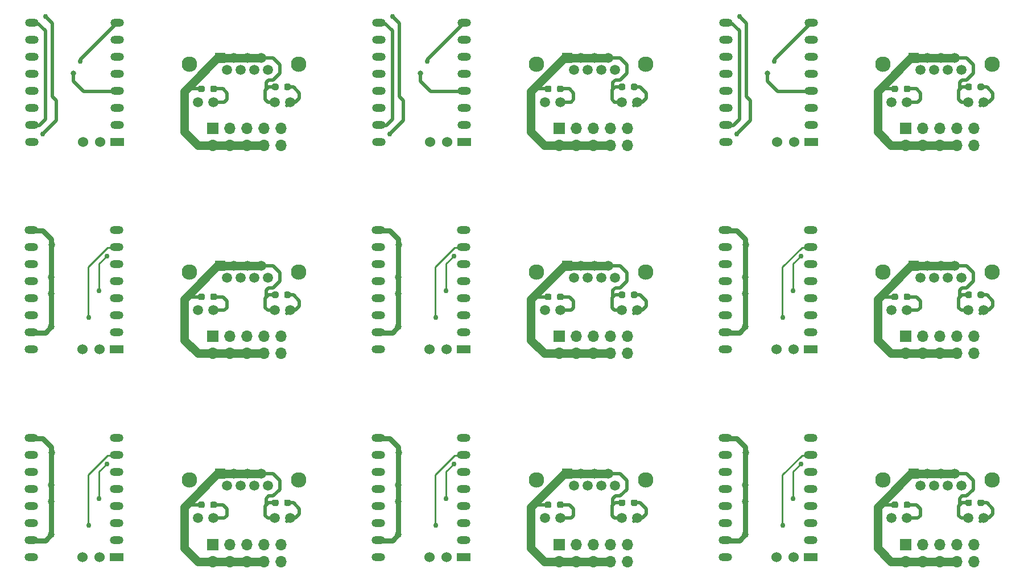
<source format=gbr>
%TF.GenerationSoftware,KiCad,Pcbnew,(5.1.8)-1*%
%TF.CreationDate,2021-02-10T13:28:32-06:00*%
%TF.ProjectId,PanelDrivers,50616e65-6c44-4726-9976-6572732e6b69,rev?*%
%TF.SameCoordinates,Original*%
%TF.FileFunction,Copper,L2,Bot*%
%TF.FilePolarity,Positive*%
%FSLAX46Y46*%
G04 Gerber Fmt 4.6, Leading zero omitted, Abs format (unit mm)*
G04 Created by KiCad (PCBNEW (5.1.8)-1) date 2021-02-10 13:28:32*
%MOMM*%
%LPD*%
G01*
G04 APERTURE LIST*
%TA.AperFunction,ComponentPad*%
%ADD10R,1.700000X1.700000*%
%TD*%
%TA.AperFunction,ComponentPad*%
%ADD11O,1.700000X1.700000*%
%TD*%
%TA.AperFunction,ComponentPad*%
%ADD12C,1.500000*%
%TD*%
%TA.AperFunction,ComponentPad*%
%ADD13C,2.300000*%
%TD*%
%TA.AperFunction,ComponentPad*%
%ADD14R,1.500000X1.500000*%
%TD*%
%TA.AperFunction,ComponentPad*%
%ADD15O,2.000000X1.200000*%
%TD*%
%TA.AperFunction,ComponentPad*%
%ADD16R,2.000000X1.200000*%
%TD*%
%TA.AperFunction,ComponentPad*%
%ADD17C,1.524000*%
%TD*%
%TA.AperFunction,ViaPad*%
%ADD18C,0.800000*%
%TD*%
%TA.AperFunction,ViaPad*%
%ADD19C,0.762000*%
%TD*%
%TA.AperFunction,ViaPad*%
%ADD20C,1.016000*%
%TD*%
%TA.AperFunction,Conductor*%
%ADD21C,0.508000*%
%TD*%
%TA.AperFunction,Conductor*%
%ADD22C,1.270000*%
%TD*%
%TA.AperFunction,Conductor*%
%ADD23C,0.762000*%
%TD*%
%TA.AperFunction,Conductor*%
%ADD24C,0.254000*%
%TD*%
G04 APERTURE END LIST*
D10*
%TO.P,J5,1*%
%TO.N,Net-(J5-Pad1)*%
X183456000Y-138612000D03*
D11*
%TO.P,J5,2*%
%TO.N,Net-(J5-Pad2)*%
X183456000Y-141152000D03*
%TO.P,J5,3*%
%TO.N,Net-(J5-Pad3)*%
X185996000Y-138612000D03*
%TO.P,J5,4*%
%TO.N,Net-(J5-Pad2)*%
X185996000Y-141152000D03*
%TO.P,J5,5*%
%TO.N,Net-(J5-Pad5)*%
X188536000Y-138612000D03*
%TO.P,J5,6*%
%TO.N,Net-(J5-Pad2)*%
X188536000Y-141152000D03*
%TO.P,J5,7*%
%TO.N,Net-(J5-Pad7)*%
X191076000Y-138612000D03*
%TO.P,J5,8*%
%TO.N,Net-(J5-Pad2)*%
X191076000Y-141152000D03*
%TO.P,J5,9*%
%TO.N,Net-(J5-Pad9)*%
X193616000Y-138612000D03*
%TO.P,J5,10*%
%TO.N,Net-(J5-Pad1)*%
X193616000Y-141152000D03*
%TD*%
D10*
%TO.P,J5,1*%
%TO.N,Net-(J5-Pad1)*%
X131856000Y-138612000D03*
D11*
%TO.P,J5,2*%
%TO.N,Net-(J5-Pad2)*%
X131856000Y-141152000D03*
%TO.P,J5,3*%
%TO.N,Net-(J5-Pad3)*%
X134396000Y-138612000D03*
%TO.P,J5,4*%
%TO.N,Net-(J5-Pad2)*%
X134396000Y-141152000D03*
%TO.P,J5,5*%
%TO.N,Net-(J5-Pad5)*%
X136936000Y-138612000D03*
%TO.P,J5,6*%
%TO.N,Net-(J5-Pad2)*%
X136936000Y-141152000D03*
%TO.P,J5,7*%
%TO.N,Net-(J5-Pad7)*%
X139476000Y-138612000D03*
%TO.P,J5,8*%
%TO.N,Net-(J5-Pad2)*%
X139476000Y-141152000D03*
%TO.P,J5,9*%
%TO.N,Net-(J5-Pad9)*%
X142016000Y-138612000D03*
%TO.P,J5,10*%
%TO.N,Net-(J5-Pad1)*%
X142016000Y-141152000D03*
%TD*%
D10*
%TO.P,J5,1*%
%TO.N,Net-(J5-Pad1)*%
X80256000Y-138612000D03*
D11*
%TO.P,J5,2*%
%TO.N,Net-(J5-Pad2)*%
X80256000Y-141152000D03*
%TO.P,J5,3*%
%TO.N,Net-(J5-Pad3)*%
X82796000Y-138612000D03*
%TO.P,J5,4*%
%TO.N,Net-(J5-Pad2)*%
X82796000Y-141152000D03*
%TO.P,J5,5*%
%TO.N,Net-(J5-Pad5)*%
X85336000Y-138612000D03*
%TO.P,J5,6*%
%TO.N,Net-(J5-Pad2)*%
X85336000Y-141152000D03*
%TO.P,J5,7*%
%TO.N,Net-(J5-Pad7)*%
X87876000Y-138612000D03*
%TO.P,J5,8*%
%TO.N,Net-(J5-Pad2)*%
X87876000Y-141152000D03*
%TO.P,J5,9*%
%TO.N,Net-(J5-Pad9)*%
X90416000Y-138612000D03*
%TO.P,J5,10*%
%TO.N,Net-(J5-Pad1)*%
X90416000Y-141152000D03*
%TD*%
D10*
%TO.P,J5,1*%
%TO.N,Net-(J5-Pad1)*%
X183456000Y-107612000D03*
D11*
%TO.P,J5,2*%
%TO.N,Net-(J5-Pad2)*%
X183456000Y-110152000D03*
%TO.P,J5,3*%
%TO.N,Net-(J5-Pad3)*%
X185996000Y-107612000D03*
%TO.P,J5,4*%
%TO.N,Net-(J5-Pad2)*%
X185996000Y-110152000D03*
%TO.P,J5,5*%
%TO.N,Net-(J5-Pad5)*%
X188536000Y-107612000D03*
%TO.P,J5,6*%
%TO.N,Net-(J5-Pad2)*%
X188536000Y-110152000D03*
%TO.P,J5,7*%
%TO.N,Net-(J5-Pad7)*%
X191076000Y-107612000D03*
%TO.P,J5,8*%
%TO.N,Net-(J5-Pad2)*%
X191076000Y-110152000D03*
%TO.P,J5,9*%
%TO.N,Net-(J5-Pad9)*%
X193616000Y-107612000D03*
%TO.P,J5,10*%
%TO.N,Net-(J5-Pad1)*%
X193616000Y-110152000D03*
%TD*%
D10*
%TO.P,J5,1*%
%TO.N,Net-(J5-Pad1)*%
X131856000Y-107612000D03*
D11*
%TO.P,J5,2*%
%TO.N,Net-(J5-Pad2)*%
X131856000Y-110152000D03*
%TO.P,J5,3*%
%TO.N,Net-(J5-Pad3)*%
X134396000Y-107612000D03*
%TO.P,J5,4*%
%TO.N,Net-(J5-Pad2)*%
X134396000Y-110152000D03*
%TO.P,J5,5*%
%TO.N,Net-(J5-Pad5)*%
X136936000Y-107612000D03*
%TO.P,J5,6*%
%TO.N,Net-(J5-Pad2)*%
X136936000Y-110152000D03*
%TO.P,J5,7*%
%TO.N,Net-(J5-Pad7)*%
X139476000Y-107612000D03*
%TO.P,J5,8*%
%TO.N,Net-(J5-Pad2)*%
X139476000Y-110152000D03*
%TO.P,J5,9*%
%TO.N,Net-(J5-Pad9)*%
X142016000Y-107612000D03*
%TO.P,J5,10*%
%TO.N,Net-(J5-Pad1)*%
X142016000Y-110152000D03*
%TD*%
D10*
%TO.P,J5,1*%
%TO.N,Net-(J5-Pad1)*%
X80256000Y-107612000D03*
D11*
%TO.P,J5,2*%
%TO.N,Net-(J5-Pad2)*%
X80256000Y-110152000D03*
%TO.P,J5,3*%
%TO.N,Net-(J5-Pad3)*%
X82796000Y-107612000D03*
%TO.P,J5,4*%
%TO.N,Net-(J5-Pad2)*%
X82796000Y-110152000D03*
%TO.P,J5,5*%
%TO.N,Net-(J5-Pad5)*%
X85336000Y-107612000D03*
%TO.P,J5,6*%
%TO.N,Net-(J5-Pad2)*%
X85336000Y-110152000D03*
%TO.P,J5,7*%
%TO.N,Net-(J5-Pad7)*%
X87876000Y-107612000D03*
%TO.P,J5,8*%
%TO.N,Net-(J5-Pad2)*%
X87876000Y-110152000D03*
%TO.P,J5,9*%
%TO.N,Net-(J5-Pad9)*%
X90416000Y-107612000D03*
%TO.P,J5,10*%
%TO.N,Net-(J5-Pad1)*%
X90416000Y-110152000D03*
%TD*%
D10*
%TO.P,J5,1*%
%TO.N,Net-(J5-Pad1)*%
X183456000Y-76612000D03*
D11*
%TO.P,J5,2*%
%TO.N,Net-(J5-Pad2)*%
X183456000Y-79152000D03*
%TO.P,J5,3*%
%TO.N,Net-(J5-Pad3)*%
X185996000Y-76612000D03*
%TO.P,J5,4*%
%TO.N,Net-(J5-Pad2)*%
X185996000Y-79152000D03*
%TO.P,J5,5*%
%TO.N,Net-(J5-Pad5)*%
X188536000Y-76612000D03*
%TO.P,J5,6*%
%TO.N,Net-(J5-Pad2)*%
X188536000Y-79152000D03*
%TO.P,J5,7*%
%TO.N,Net-(J5-Pad7)*%
X191076000Y-76612000D03*
%TO.P,J5,8*%
%TO.N,Net-(J5-Pad2)*%
X191076000Y-79152000D03*
%TO.P,J5,9*%
%TO.N,Net-(J5-Pad9)*%
X193616000Y-76612000D03*
%TO.P,J5,10*%
%TO.N,Net-(J5-Pad1)*%
X193616000Y-79152000D03*
%TD*%
D10*
%TO.P,J5,1*%
%TO.N,Net-(J5-Pad1)*%
X131856000Y-76612000D03*
D11*
%TO.P,J5,2*%
%TO.N,Net-(J5-Pad2)*%
X131856000Y-79152000D03*
%TO.P,J5,3*%
%TO.N,Net-(J5-Pad3)*%
X134396000Y-76612000D03*
%TO.P,J5,4*%
%TO.N,Net-(J5-Pad2)*%
X134396000Y-79152000D03*
%TO.P,J5,5*%
%TO.N,Net-(J5-Pad5)*%
X136936000Y-76612000D03*
%TO.P,J5,6*%
%TO.N,Net-(J5-Pad2)*%
X136936000Y-79152000D03*
%TO.P,J5,7*%
%TO.N,Net-(J5-Pad7)*%
X139476000Y-76612000D03*
%TO.P,J5,8*%
%TO.N,Net-(J5-Pad2)*%
X139476000Y-79152000D03*
%TO.P,J5,9*%
%TO.N,Net-(J5-Pad9)*%
X142016000Y-76612000D03*
%TO.P,J5,10*%
%TO.N,Net-(J5-Pad1)*%
X142016000Y-79152000D03*
%TD*%
D12*
%TO.P,J6,12*%
%TO.N,Net-(J6-Pad12)*%
X195020000Y-134700000D03*
%TO.P,J6,11*%
%TO.N,Net-(J5-Pad2)*%
X192730000Y-134700000D03*
%TO.P,J6,10*%
%TO.N,Net-(J6-Pad10)*%
X183590000Y-134700000D03*
%TO.P,J6,9*%
%TO.N,Net-(J5-Pad3)*%
X181300000Y-134700000D03*
D13*
%TO.P,J6,SH*%
%TO.N,Net-(J5-Pad1)*%
X180030000Y-128990000D03*
X196290000Y-128990000D03*
D12*
%TO.P,J6,8*%
%TO.N,Net-(J5-Pad9)*%
X191712000Y-129880000D03*
%TO.P,J6,6*%
%TO.N,Net-(J5-Pad7)*%
X189680000Y-129880000D03*
%TO.P,J6,4*%
%TO.N,Net-(J5-Pad5)*%
X187648000Y-129880000D03*
%TO.P,J6,2*%
%TO.N,Net-(J5-Pad3)*%
X185616000Y-129880000D03*
%TO.P,J6,7*%
%TO.N,Net-(J5-Pad2)*%
X190696000Y-128100000D03*
%TO.P,J6,5*%
X188664000Y-128100000D03*
%TO.P,J6,3*%
X186632000Y-128100000D03*
D14*
%TO.P,J6,1*%
X184600000Y-128100000D03*
%TD*%
D12*
%TO.P,J6,12*%
%TO.N,Net-(J6-Pad12)*%
X143420000Y-134700000D03*
%TO.P,J6,11*%
%TO.N,Net-(J5-Pad2)*%
X141130000Y-134700000D03*
%TO.P,J6,10*%
%TO.N,Net-(J6-Pad10)*%
X131990000Y-134700000D03*
%TO.P,J6,9*%
%TO.N,Net-(J5-Pad3)*%
X129700000Y-134700000D03*
D13*
%TO.P,J6,SH*%
%TO.N,Net-(J5-Pad1)*%
X128430000Y-128990000D03*
X144690000Y-128990000D03*
D12*
%TO.P,J6,8*%
%TO.N,Net-(J5-Pad9)*%
X140112000Y-129880000D03*
%TO.P,J6,6*%
%TO.N,Net-(J5-Pad7)*%
X138080000Y-129880000D03*
%TO.P,J6,4*%
%TO.N,Net-(J5-Pad5)*%
X136048000Y-129880000D03*
%TO.P,J6,2*%
%TO.N,Net-(J5-Pad3)*%
X134016000Y-129880000D03*
%TO.P,J6,7*%
%TO.N,Net-(J5-Pad2)*%
X139096000Y-128100000D03*
%TO.P,J6,5*%
X137064000Y-128100000D03*
%TO.P,J6,3*%
X135032000Y-128100000D03*
D14*
%TO.P,J6,1*%
X133000000Y-128100000D03*
%TD*%
D12*
%TO.P,J6,12*%
%TO.N,Net-(J6-Pad12)*%
X91820000Y-134700000D03*
%TO.P,J6,11*%
%TO.N,Net-(J5-Pad2)*%
X89530000Y-134700000D03*
%TO.P,J6,10*%
%TO.N,Net-(J6-Pad10)*%
X80390000Y-134700000D03*
%TO.P,J6,9*%
%TO.N,Net-(J5-Pad3)*%
X78100000Y-134700000D03*
D13*
%TO.P,J6,SH*%
%TO.N,Net-(J5-Pad1)*%
X76830000Y-128990000D03*
X93090000Y-128990000D03*
D12*
%TO.P,J6,8*%
%TO.N,Net-(J5-Pad9)*%
X88512000Y-129880000D03*
%TO.P,J6,6*%
%TO.N,Net-(J5-Pad7)*%
X86480000Y-129880000D03*
%TO.P,J6,4*%
%TO.N,Net-(J5-Pad5)*%
X84448000Y-129880000D03*
%TO.P,J6,2*%
%TO.N,Net-(J5-Pad3)*%
X82416000Y-129880000D03*
%TO.P,J6,7*%
%TO.N,Net-(J5-Pad2)*%
X87496000Y-128100000D03*
%TO.P,J6,5*%
X85464000Y-128100000D03*
%TO.P,J6,3*%
X83432000Y-128100000D03*
D14*
%TO.P,J6,1*%
X81400000Y-128100000D03*
%TD*%
D12*
%TO.P,J6,12*%
%TO.N,Net-(J6-Pad12)*%
X195020000Y-103700000D03*
%TO.P,J6,11*%
%TO.N,Net-(J5-Pad2)*%
X192730000Y-103700000D03*
%TO.P,J6,10*%
%TO.N,Net-(J6-Pad10)*%
X183590000Y-103700000D03*
%TO.P,J6,9*%
%TO.N,Net-(J5-Pad3)*%
X181300000Y-103700000D03*
D13*
%TO.P,J6,SH*%
%TO.N,Net-(J5-Pad1)*%
X180030000Y-97990000D03*
X196290000Y-97990000D03*
D12*
%TO.P,J6,8*%
%TO.N,Net-(J5-Pad9)*%
X191712000Y-98880000D03*
%TO.P,J6,6*%
%TO.N,Net-(J5-Pad7)*%
X189680000Y-98880000D03*
%TO.P,J6,4*%
%TO.N,Net-(J5-Pad5)*%
X187648000Y-98880000D03*
%TO.P,J6,2*%
%TO.N,Net-(J5-Pad3)*%
X185616000Y-98880000D03*
%TO.P,J6,7*%
%TO.N,Net-(J5-Pad2)*%
X190696000Y-97100000D03*
%TO.P,J6,5*%
X188664000Y-97100000D03*
%TO.P,J6,3*%
X186632000Y-97100000D03*
D14*
%TO.P,J6,1*%
X184600000Y-97100000D03*
%TD*%
D12*
%TO.P,J6,12*%
%TO.N,Net-(J6-Pad12)*%
X143420000Y-103700000D03*
%TO.P,J6,11*%
%TO.N,Net-(J5-Pad2)*%
X141130000Y-103700000D03*
%TO.P,J6,10*%
%TO.N,Net-(J6-Pad10)*%
X131990000Y-103700000D03*
%TO.P,J6,9*%
%TO.N,Net-(J5-Pad3)*%
X129700000Y-103700000D03*
D13*
%TO.P,J6,SH*%
%TO.N,Net-(J5-Pad1)*%
X128430000Y-97990000D03*
X144690000Y-97990000D03*
D12*
%TO.P,J6,8*%
%TO.N,Net-(J5-Pad9)*%
X140112000Y-98880000D03*
%TO.P,J6,6*%
%TO.N,Net-(J5-Pad7)*%
X138080000Y-98880000D03*
%TO.P,J6,4*%
%TO.N,Net-(J5-Pad5)*%
X136048000Y-98880000D03*
%TO.P,J6,2*%
%TO.N,Net-(J5-Pad3)*%
X134016000Y-98880000D03*
%TO.P,J6,7*%
%TO.N,Net-(J5-Pad2)*%
X139096000Y-97100000D03*
%TO.P,J6,5*%
X137064000Y-97100000D03*
%TO.P,J6,3*%
X135032000Y-97100000D03*
D14*
%TO.P,J6,1*%
X133000000Y-97100000D03*
%TD*%
D12*
%TO.P,J6,12*%
%TO.N,Net-(J6-Pad12)*%
X91820000Y-103700000D03*
%TO.P,J6,11*%
%TO.N,Net-(J5-Pad2)*%
X89530000Y-103700000D03*
%TO.P,J6,10*%
%TO.N,Net-(J6-Pad10)*%
X80390000Y-103700000D03*
%TO.P,J6,9*%
%TO.N,Net-(J5-Pad3)*%
X78100000Y-103700000D03*
D13*
%TO.P,J6,SH*%
%TO.N,Net-(J5-Pad1)*%
X76830000Y-97990000D03*
X93090000Y-97990000D03*
D12*
%TO.P,J6,8*%
%TO.N,Net-(J5-Pad9)*%
X88512000Y-98880000D03*
%TO.P,J6,6*%
%TO.N,Net-(J5-Pad7)*%
X86480000Y-98880000D03*
%TO.P,J6,4*%
%TO.N,Net-(J5-Pad5)*%
X84448000Y-98880000D03*
%TO.P,J6,2*%
%TO.N,Net-(J5-Pad3)*%
X82416000Y-98880000D03*
%TO.P,J6,7*%
%TO.N,Net-(J5-Pad2)*%
X87496000Y-97100000D03*
%TO.P,J6,5*%
X85464000Y-97100000D03*
%TO.P,J6,3*%
X83432000Y-97100000D03*
D14*
%TO.P,J6,1*%
X81400000Y-97100000D03*
%TD*%
D12*
%TO.P,J6,12*%
%TO.N,Net-(J6-Pad12)*%
X195020000Y-72700000D03*
%TO.P,J6,11*%
%TO.N,Net-(J5-Pad2)*%
X192730000Y-72700000D03*
%TO.P,J6,10*%
%TO.N,Net-(J6-Pad10)*%
X183590000Y-72700000D03*
%TO.P,J6,9*%
%TO.N,Net-(J5-Pad3)*%
X181300000Y-72700000D03*
D13*
%TO.P,J6,SH*%
%TO.N,Net-(J5-Pad1)*%
X180030000Y-66990000D03*
X196290000Y-66990000D03*
D12*
%TO.P,J6,8*%
%TO.N,Net-(J5-Pad9)*%
X191712000Y-67880000D03*
%TO.P,J6,6*%
%TO.N,Net-(J5-Pad7)*%
X189680000Y-67880000D03*
%TO.P,J6,4*%
%TO.N,Net-(J5-Pad5)*%
X187648000Y-67880000D03*
%TO.P,J6,2*%
%TO.N,Net-(J5-Pad3)*%
X185616000Y-67880000D03*
%TO.P,J6,7*%
%TO.N,Net-(J5-Pad2)*%
X190696000Y-66100000D03*
%TO.P,J6,5*%
X188664000Y-66100000D03*
%TO.P,J6,3*%
X186632000Y-66100000D03*
D14*
%TO.P,J6,1*%
X184600000Y-66100000D03*
%TD*%
D12*
%TO.P,J6,12*%
%TO.N,Net-(J6-Pad12)*%
X143420000Y-72700000D03*
%TO.P,J6,11*%
%TO.N,Net-(J5-Pad2)*%
X141130000Y-72700000D03*
%TO.P,J6,10*%
%TO.N,Net-(J6-Pad10)*%
X131990000Y-72700000D03*
%TO.P,J6,9*%
%TO.N,Net-(J5-Pad3)*%
X129700000Y-72700000D03*
D13*
%TO.P,J6,SH*%
%TO.N,Net-(J5-Pad1)*%
X128430000Y-66990000D03*
X144690000Y-66990000D03*
D12*
%TO.P,J6,8*%
%TO.N,Net-(J5-Pad9)*%
X140112000Y-67880000D03*
%TO.P,J6,6*%
%TO.N,Net-(J5-Pad7)*%
X138080000Y-67880000D03*
%TO.P,J6,4*%
%TO.N,Net-(J5-Pad5)*%
X136048000Y-67880000D03*
%TO.P,J6,2*%
%TO.N,Net-(J5-Pad3)*%
X134016000Y-67880000D03*
%TO.P,J6,7*%
%TO.N,Net-(J5-Pad2)*%
X139096000Y-66100000D03*
%TO.P,J6,5*%
X137064000Y-66100000D03*
%TO.P,J6,3*%
X135032000Y-66100000D03*
D14*
%TO.P,J6,1*%
X133000000Y-66100000D03*
%TD*%
%TO.P,R40,2*%
%TO.N,Net-(J6-Pad12)*%
%TA.AperFunction,SMDPad,CuDef*%
G36*
G01*
X194125000Y-132637500D02*
X194125000Y-132162500D01*
G75*
G02*
X194362500Y-131925000I237500J0D01*
G01*
X194862500Y-131925000D01*
G75*
G02*
X195100000Y-132162500I0J-237500D01*
G01*
X195100000Y-132637500D01*
G75*
G02*
X194862500Y-132875000I-237500J0D01*
G01*
X194362500Y-132875000D01*
G75*
G02*
X194125000Y-132637500I0J237500D01*
G01*
G37*
%TD.AperFunction*%
%TO.P,R40,1*%
%TO.N,Net-(J5-Pad2)*%
%TA.AperFunction,SMDPad,CuDef*%
G36*
G01*
X192300000Y-132637500D02*
X192300000Y-132162500D01*
G75*
G02*
X192537500Y-131925000I237500J0D01*
G01*
X193037500Y-131925000D01*
G75*
G02*
X193275000Y-132162500I0J-237500D01*
G01*
X193275000Y-132637500D01*
G75*
G02*
X193037500Y-132875000I-237500J0D01*
G01*
X192537500Y-132875000D01*
G75*
G02*
X192300000Y-132637500I0J237500D01*
G01*
G37*
%TD.AperFunction*%
%TD*%
%TO.P,R40,2*%
%TO.N,Net-(J6-Pad12)*%
%TA.AperFunction,SMDPad,CuDef*%
G36*
G01*
X142525000Y-132637500D02*
X142525000Y-132162500D01*
G75*
G02*
X142762500Y-131925000I237500J0D01*
G01*
X143262500Y-131925000D01*
G75*
G02*
X143500000Y-132162500I0J-237500D01*
G01*
X143500000Y-132637500D01*
G75*
G02*
X143262500Y-132875000I-237500J0D01*
G01*
X142762500Y-132875000D01*
G75*
G02*
X142525000Y-132637500I0J237500D01*
G01*
G37*
%TD.AperFunction*%
%TO.P,R40,1*%
%TO.N,Net-(J5-Pad2)*%
%TA.AperFunction,SMDPad,CuDef*%
G36*
G01*
X140700000Y-132637500D02*
X140700000Y-132162500D01*
G75*
G02*
X140937500Y-131925000I237500J0D01*
G01*
X141437500Y-131925000D01*
G75*
G02*
X141675000Y-132162500I0J-237500D01*
G01*
X141675000Y-132637500D01*
G75*
G02*
X141437500Y-132875000I-237500J0D01*
G01*
X140937500Y-132875000D01*
G75*
G02*
X140700000Y-132637500I0J237500D01*
G01*
G37*
%TD.AperFunction*%
%TD*%
%TO.P,R40,2*%
%TO.N,Net-(J6-Pad12)*%
%TA.AperFunction,SMDPad,CuDef*%
G36*
G01*
X90925000Y-132637500D02*
X90925000Y-132162500D01*
G75*
G02*
X91162500Y-131925000I237500J0D01*
G01*
X91662500Y-131925000D01*
G75*
G02*
X91900000Y-132162500I0J-237500D01*
G01*
X91900000Y-132637500D01*
G75*
G02*
X91662500Y-132875000I-237500J0D01*
G01*
X91162500Y-132875000D01*
G75*
G02*
X90925000Y-132637500I0J237500D01*
G01*
G37*
%TD.AperFunction*%
%TO.P,R40,1*%
%TO.N,Net-(J5-Pad2)*%
%TA.AperFunction,SMDPad,CuDef*%
G36*
G01*
X89100000Y-132637500D02*
X89100000Y-132162500D01*
G75*
G02*
X89337500Y-131925000I237500J0D01*
G01*
X89837500Y-131925000D01*
G75*
G02*
X90075000Y-132162500I0J-237500D01*
G01*
X90075000Y-132637500D01*
G75*
G02*
X89837500Y-132875000I-237500J0D01*
G01*
X89337500Y-132875000D01*
G75*
G02*
X89100000Y-132637500I0J237500D01*
G01*
G37*
%TD.AperFunction*%
%TD*%
%TO.P,R40,2*%
%TO.N,Net-(J6-Pad12)*%
%TA.AperFunction,SMDPad,CuDef*%
G36*
G01*
X194125000Y-101637500D02*
X194125000Y-101162500D01*
G75*
G02*
X194362500Y-100925000I237500J0D01*
G01*
X194862500Y-100925000D01*
G75*
G02*
X195100000Y-101162500I0J-237500D01*
G01*
X195100000Y-101637500D01*
G75*
G02*
X194862500Y-101875000I-237500J0D01*
G01*
X194362500Y-101875000D01*
G75*
G02*
X194125000Y-101637500I0J237500D01*
G01*
G37*
%TD.AperFunction*%
%TO.P,R40,1*%
%TO.N,Net-(J5-Pad2)*%
%TA.AperFunction,SMDPad,CuDef*%
G36*
G01*
X192300000Y-101637500D02*
X192300000Y-101162500D01*
G75*
G02*
X192537500Y-100925000I237500J0D01*
G01*
X193037500Y-100925000D01*
G75*
G02*
X193275000Y-101162500I0J-237500D01*
G01*
X193275000Y-101637500D01*
G75*
G02*
X193037500Y-101875000I-237500J0D01*
G01*
X192537500Y-101875000D01*
G75*
G02*
X192300000Y-101637500I0J237500D01*
G01*
G37*
%TD.AperFunction*%
%TD*%
%TO.P,R40,2*%
%TO.N,Net-(J6-Pad12)*%
%TA.AperFunction,SMDPad,CuDef*%
G36*
G01*
X142525000Y-101637500D02*
X142525000Y-101162500D01*
G75*
G02*
X142762500Y-100925000I237500J0D01*
G01*
X143262500Y-100925000D01*
G75*
G02*
X143500000Y-101162500I0J-237500D01*
G01*
X143500000Y-101637500D01*
G75*
G02*
X143262500Y-101875000I-237500J0D01*
G01*
X142762500Y-101875000D01*
G75*
G02*
X142525000Y-101637500I0J237500D01*
G01*
G37*
%TD.AperFunction*%
%TO.P,R40,1*%
%TO.N,Net-(J5-Pad2)*%
%TA.AperFunction,SMDPad,CuDef*%
G36*
G01*
X140700000Y-101637500D02*
X140700000Y-101162500D01*
G75*
G02*
X140937500Y-100925000I237500J0D01*
G01*
X141437500Y-100925000D01*
G75*
G02*
X141675000Y-101162500I0J-237500D01*
G01*
X141675000Y-101637500D01*
G75*
G02*
X141437500Y-101875000I-237500J0D01*
G01*
X140937500Y-101875000D01*
G75*
G02*
X140700000Y-101637500I0J237500D01*
G01*
G37*
%TD.AperFunction*%
%TD*%
%TO.P,R40,2*%
%TO.N,Net-(J6-Pad12)*%
%TA.AperFunction,SMDPad,CuDef*%
G36*
G01*
X90925000Y-101637500D02*
X90925000Y-101162500D01*
G75*
G02*
X91162500Y-100925000I237500J0D01*
G01*
X91662500Y-100925000D01*
G75*
G02*
X91900000Y-101162500I0J-237500D01*
G01*
X91900000Y-101637500D01*
G75*
G02*
X91662500Y-101875000I-237500J0D01*
G01*
X91162500Y-101875000D01*
G75*
G02*
X90925000Y-101637500I0J237500D01*
G01*
G37*
%TD.AperFunction*%
%TO.P,R40,1*%
%TO.N,Net-(J5-Pad2)*%
%TA.AperFunction,SMDPad,CuDef*%
G36*
G01*
X89100000Y-101637500D02*
X89100000Y-101162500D01*
G75*
G02*
X89337500Y-100925000I237500J0D01*
G01*
X89837500Y-100925000D01*
G75*
G02*
X90075000Y-101162500I0J-237500D01*
G01*
X90075000Y-101637500D01*
G75*
G02*
X89837500Y-101875000I-237500J0D01*
G01*
X89337500Y-101875000D01*
G75*
G02*
X89100000Y-101637500I0J237500D01*
G01*
G37*
%TD.AperFunction*%
%TD*%
%TO.P,R40,2*%
%TO.N,Net-(J6-Pad12)*%
%TA.AperFunction,SMDPad,CuDef*%
G36*
G01*
X194125000Y-70637500D02*
X194125000Y-70162500D01*
G75*
G02*
X194362500Y-69925000I237500J0D01*
G01*
X194862500Y-69925000D01*
G75*
G02*
X195100000Y-70162500I0J-237500D01*
G01*
X195100000Y-70637500D01*
G75*
G02*
X194862500Y-70875000I-237500J0D01*
G01*
X194362500Y-70875000D01*
G75*
G02*
X194125000Y-70637500I0J237500D01*
G01*
G37*
%TD.AperFunction*%
%TO.P,R40,1*%
%TO.N,Net-(J5-Pad2)*%
%TA.AperFunction,SMDPad,CuDef*%
G36*
G01*
X192300000Y-70637500D02*
X192300000Y-70162500D01*
G75*
G02*
X192537500Y-69925000I237500J0D01*
G01*
X193037500Y-69925000D01*
G75*
G02*
X193275000Y-70162500I0J-237500D01*
G01*
X193275000Y-70637500D01*
G75*
G02*
X193037500Y-70875000I-237500J0D01*
G01*
X192537500Y-70875000D01*
G75*
G02*
X192300000Y-70637500I0J237500D01*
G01*
G37*
%TD.AperFunction*%
%TD*%
%TO.P,R40,2*%
%TO.N,Net-(J6-Pad12)*%
%TA.AperFunction,SMDPad,CuDef*%
G36*
G01*
X142525000Y-70637500D02*
X142525000Y-70162500D01*
G75*
G02*
X142762500Y-69925000I237500J0D01*
G01*
X143262500Y-69925000D01*
G75*
G02*
X143500000Y-70162500I0J-237500D01*
G01*
X143500000Y-70637500D01*
G75*
G02*
X143262500Y-70875000I-237500J0D01*
G01*
X142762500Y-70875000D01*
G75*
G02*
X142525000Y-70637500I0J237500D01*
G01*
G37*
%TD.AperFunction*%
%TO.P,R40,1*%
%TO.N,Net-(J5-Pad2)*%
%TA.AperFunction,SMDPad,CuDef*%
G36*
G01*
X140700000Y-70637500D02*
X140700000Y-70162500D01*
G75*
G02*
X140937500Y-69925000I237500J0D01*
G01*
X141437500Y-69925000D01*
G75*
G02*
X141675000Y-70162500I0J-237500D01*
G01*
X141675000Y-70637500D01*
G75*
G02*
X141437500Y-70875000I-237500J0D01*
G01*
X140937500Y-70875000D01*
G75*
G02*
X140700000Y-70637500I0J237500D01*
G01*
G37*
%TD.AperFunction*%
%TD*%
%TO.P,R41,1*%
%TO.N,Net-(J5-Pad2)*%
%TA.AperFunction,SMDPad,CuDef*%
G36*
G01*
X181300000Y-132937500D02*
X181300000Y-132462500D01*
G75*
G02*
X181537500Y-132225000I237500J0D01*
G01*
X182037500Y-132225000D01*
G75*
G02*
X182275000Y-132462500I0J-237500D01*
G01*
X182275000Y-132937500D01*
G75*
G02*
X182037500Y-133175000I-237500J0D01*
G01*
X181537500Y-133175000D01*
G75*
G02*
X181300000Y-132937500I0J237500D01*
G01*
G37*
%TD.AperFunction*%
%TO.P,R41,2*%
%TO.N,Net-(J6-Pad10)*%
%TA.AperFunction,SMDPad,CuDef*%
G36*
G01*
X183125000Y-132937500D02*
X183125000Y-132462500D01*
G75*
G02*
X183362500Y-132225000I237500J0D01*
G01*
X183862500Y-132225000D01*
G75*
G02*
X184100000Y-132462500I0J-237500D01*
G01*
X184100000Y-132937500D01*
G75*
G02*
X183862500Y-133175000I-237500J0D01*
G01*
X183362500Y-133175000D01*
G75*
G02*
X183125000Y-132937500I0J237500D01*
G01*
G37*
%TD.AperFunction*%
%TD*%
%TO.P,R41,1*%
%TO.N,Net-(J5-Pad2)*%
%TA.AperFunction,SMDPad,CuDef*%
G36*
G01*
X129700000Y-132937500D02*
X129700000Y-132462500D01*
G75*
G02*
X129937500Y-132225000I237500J0D01*
G01*
X130437500Y-132225000D01*
G75*
G02*
X130675000Y-132462500I0J-237500D01*
G01*
X130675000Y-132937500D01*
G75*
G02*
X130437500Y-133175000I-237500J0D01*
G01*
X129937500Y-133175000D01*
G75*
G02*
X129700000Y-132937500I0J237500D01*
G01*
G37*
%TD.AperFunction*%
%TO.P,R41,2*%
%TO.N,Net-(J6-Pad10)*%
%TA.AperFunction,SMDPad,CuDef*%
G36*
G01*
X131525000Y-132937500D02*
X131525000Y-132462500D01*
G75*
G02*
X131762500Y-132225000I237500J0D01*
G01*
X132262500Y-132225000D01*
G75*
G02*
X132500000Y-132462500I0J-237500D01*
G01*
X132500000Y-132937500D01*
G75*
G02*
X132262500Y-133175000I-237500J0D01*
G01*
X131762500Y-133175000D01*
G75*
G02*
X131525000Y-132937500I0J237500D01*
G01*
G37*
%TD.AperFunction*%
%TD*%
%TO.P,R41,1*%
%TO.N,Net-(J5-Pad2)*%
%TA.AperFunction,SMDPad,CuDef*%
G36*
G01*
X78100000Y-132937500D02*
X78100000Y-132462500D01*
G75*
G02*
X78337500Y-132225000I237500J0D01*
G01*
X78837500Y-132225000D01*
G75*
G02*
X79075000Y-132462500I0J-237500D01*
G01*
X79075000Y-132937500D01*
G75*
G02*
X78837500Y-133175000I-237500J0D01*
G01*
X78337500Y-133175000D01*
G75*
G02*
X78100000Y-132937500I0J237500D01*
G01*
G37*
%TD.AperFunction*%
%TO.P,R41,2*%
%TO.N,Net-(J6-Pad10)*%
%TA.AperFunction,SMDPad,CuDef*%
G36*
G01*
X79925000Y-132937500D02*
X79925000Y-132462500D01*
G75*
G02*
X80162500Y-132225000I237500J0D01*
G01*
X80662500Y-132225000D01*
G75*
G02*
X80900000Y-132462500I0J-237500D01*
G01*
X80900000Y-132937500D01*
G75*
G02*
X80662500Y-133175000I-237500J0D01*
G01*
X80162500Y-133175000D01*
G75*
G02*
X79925000Y-132937500I0J237500D01*
G01*
G37*
%TD.AperFunction*%
%TD*%
%TO.P,R41,1*%
%TO.N,Net-(J5-Pad2)*%
%TA.AperFunction,SMDPad,CuDef*%
G36*
G01*
X181300000Y-101937500D02*
X181300000Y-101462500D01*
G75*
G02*
X181537500Y-101225000I237500J0D01*
G01*
X182037500Y-101225000D01*
G75*
G02*
X182275000Y-101462500I0J-237500D01*
G01*
X182275000Y-101937500D01*
G75*
G02*
X182037500Y-102175000I-237500J0D01*
G01*
X181537500Y-102175000D01*
G75*
G02*
X181300000Y-101937500I0J237500D01*
G01*
G37*
%TD.AperFunction*%
%TO.P,R41,2*%
%TO.N,Net-(J6-Pad10)*%
%TA.AperFunction,SMDPad,CuDef*%
G36*
G01*
X183125000Y-101937500D02*
X183125000Y-101462500D01*
G75*
G02*
X183362500Y-101225000I237500J0D01*
G01*
X183862500Y-101225000D01*
G75*
G02*
X184100000Y-101462500I0J-237500D01*
G01*
X184100000Y-101937500D01*
G75*
G02*
X183862500Y-102175000I-237500J0D01*
G01*
X183362500Y-102175000D01*
G75*
G02*
X183125000Y-101937500I0J237500D01*
G01*
G37*
%TD.AperFunction*%
%TD*%
%TO.P,R41,1*%
%TO.N,Net-(J5-Pad2)*%
%TA.AperFunction,SMDPad,CuDef*%
G36*
G01*
X129700000Y-101937500D02*
X129700000Y-101462500D01*
G75*
G02*
X129937500Y-101225000I237500J0D01*
G01*
X130437500Y-101225000D01*
G75*
G02*
X130675000Y-101462500I0J-237500D01*
G01*
X130675000Y-101937500D01*
G75*
G02*
X130437500Y-102175000I-237500J0D01*
G01*
X129937500Y-102175000D01*
G75*
G02*
X129700000Y-101937500I0J237500D01*
G01*
G37*
%TD.AperFunction*%
%TO.P,R41,2*%
%TO.N,Net-(J6-Pad10)*%
%TA.AperFunction,SMDPad,CuDef*%
G36*
G01*
X131525000Y-101937500D02*
X131525000Y-101462500D01*
G75*
G02*
X131762500Y-101225000I237500J0D01*
G01*
X132262500Y-101225000D01*
G75*
G02*
X132500000Y-101462500I0J-237500D01*
G01*
X132500000Y-101937500D01*
G75*
G02*
X132262500Y-102175000I-237500J0D01*
G01*
X131762500Y-102175000D01*
G75*
G02*
X131525000Y-101937500I0J237500D01*
G01*
G37*
%TD.AperFunction*%
%TD*%
%TO.P,R41,1*%
%TO.N,Net-(J5-Pad2)*%
%TA.AperFunction,SMDPad,CuDef*%
G36*
G01*
X78100000Y-101937500D02*
X78100000Y-101462500D01*
G75*
G02*
X78337500Y-101225000I237500J0D01*
G01*
X78837500Y-101225000D01*
G75*
G02*
X79075000Y-101462500I0J-237500D01*
G01*
X79075000Y-101937500D01*
G75*
G02*
X78837500Y-102175000I-237500J0D01*
G01*
X78337500Y-102175000D01*
G75*
G02*
X78100000Y-101937500I0J237500D01*
G01*
G37*
%TD.AperFunction*%
%TO.P,R41,2*%
%TO.N,Net-(J6-Pad10)*%
%TA.AperFunction,SMDPad,CuDef*%
G36*
G01*
X79925000Y-101937500D02*
X79925000Y-101462500D01*
G75*
G02*
X80162500Y-101225000I237500J0D01*
G01*
X80662500Y-101225000D01*
G75*
G02*
X80900000Y-101462500I0J-237500D01*
G01*
X80900000Y-101937500D01*
G75*
G02*
X80662500Y-102175000I-237500J0D01*
G01*
X80162500Y-102175000D01*
G75*
G02*
X79925000Y-101937500I0J237500D01*
G01*
G37*
%TD.AperFunction*%
%TD*%
%TO.P,R41,1*%
%TO.N,Net-(J5-Pad2)*%
%TA.AperFunction,SMDPad,CuDef*%
G36*
G01*
X181300000Y-70937500D02*
X181300000Y-70462500D01*
G75*
G02*
X181537500Y-70225000I237500J0D01*
G01*
X182037500Y-70225000D01*
G75*
G02*
X182275000Y-70462500I0J-237500D01*
G01*
X182275000Y-70937500D01*
G75*
G02*
X182037500Y-71175000I-237500J0D01*
G01*
X181537500Y-71175000D01*
G75*
G02*
X181300000Y-70937500I0J237500D01*
G01*
G37*
%TD.AperFunction*%
%TO.P,R41,2*%
%TO.N,Net-(J6-Pad10)*%
%TA.AperFunction,SMDPad,CuDef*%
G36*
G01*
X183125000Y-70937500D02*
X183125000Y-70462500D01*
G75*
G02*
X183362500Y-70225000I237500J0D01*
G01*
X183862500Y-70225000D01*
G75*
G02*
X184100000Y-70462500I0J-237500D01*
G01*
X184100000Y-70937500D01*
G75*
G02*
X183862500Y-71175000I-237500J0D01*
G01*
X183362500Y-71175000D01*
G75*
G02*
X183125000Y-70937500I0J237500D01*
G01*
G37*
%TD.AperFunction*%
%TD*%
%TO.P,R41,1*%
%TO.N,Net-(J5-Pad2)*%
%TA.AperFunction,SMDPad,CuDef*%
G36*
G01*
X129700000Y-70937500D02*
X129700000Y-70462500D01*
G75*
G02*
X129937500Y-70225000I237500J0D01*
G01*
X130437500Y-70225000D01*
G75*
G02*
X130675000Y-70462500I0J-237500D01*
G01*
X130675000Y-70937500D01*
G75*
G02*
X130437500Y-71175000I-237500J0D01*
G01*
X129937500Y-71175000D01*
G75*
G02*
X129700000Y-70937500I0J237500D01*
G01*
G37*
%TD.AperFunction*%
%TO.P,R41,2*%
%TO.N,Net-(J6-Pad10)*%
%TA.AperFunction,SMDPad,CuDef*%
G36*
G01*
X131525000Y-70937500D02*
X131525000Y-70462500D01*
G75*
G02*
X131762500Y-70225000I237500J0D01*
G01*
X132262500Y-70225000D01*
G75*
G02*
X132500000Y-70462500I0J-237500D01*
G01*
X132500000Y-70937500D01*
G75*
G02*
X132262500Y-71175000I-237500J0D01*
G01*
X131762500Y-71175000D01*
G75*
G02*
X131525000Y-70937500I0J237500D01*
G01*
G37*
%TD.AperFunction*%
%TD*%
D11*
%TO.P,J5,10*%
%TO.N,Net-(J5-Pad1)*%
X90416000Y-79152000D03*
%TO.P,J5,9*%
%TO.N,Net-(J5-Pad9)*%
X90416000Y-76612000D03*
%TO.P,J5,8*%
%TO.N,Net-(J5-Pad2)*%
X87876000Y-79152000D03*
%TO.P,J5,7*%
%TO.N,Net-(J5-Pad7)*%
X87876000Y-76612000D03*
%TO.P,J5,6*%
%TO.N,Net-(J5-Pad2)*%
X85336000Y-79152000D03*
%TO.P,J5,5*%
%TO.N,Net-(J5-Pad5)*%
X85336000Y-76612000D03*
%TO.P,J5,4*%
%TO.N,Net-(J5-Pad2)*%
X82796000Y-79152000D03*
%TO.P,J5,3*%
%TO.N,Net-(J5-Pad3)*%
X82796000Y-76612000D03*
%TO.P,J5,2*%
%TO.N,Net-(J5-Pad2)*%
X80256000Y-79152000D03*
D10*
%TO.P,J5,1*%
%TO.N,Net-(J5-Pad1)*%
X80256000Y-76612000D03*
%TD*%
D15*
%TO.P,~,16*%
%TO.N,Net-(J11-Pad16)*%
X156555801Y-140479201D03*
D16*
%TO.P,~,1*%
%TO.N,Net-(J11-Pad1)*%
X169255801Y-140479201D03*
D15*
%TO.P,~,15*%
%TO.N,Net-(J11-Pad15)*%
X156555801Y-137939201D03*
%TO.P,~,2*%
%TO.N,Net-(J11-Pad2)*%
X169255801Y-137939201D03*
%TO.P,~,14*%
%TO.N,Net-(J11-Pad14)*%
X156555801Y-135399201D03*
%TO.P,~,3*%
%TO.N,Net-(J11-Pad3)*%
X169255801Y-135399201D03*
%TO.P,~,13*%
%TO.N,Net-(J11-Pad13)*%
X156555801Y-132859201D03*
%TO.P,~,4*%
%TO.N,Net-(J11-Pad4)*%
X169255801Y-132859201D03*
%TO.P,~,12*%
%TO.N,Net-(J11-Pad12)*%
X156555801Y-130319201D03*
%TO.P,~,5*%
%TO.N,Net-(J11-Pad5)*%
X169255801Y-130319201D03*
%TO.P,~,11*%
%TO.N,Net-(J11-Pad11)*%
X156555801Y-127779201D03*
%TO.P,~,6*%
%TO.N,Net-(J11-Pad6)*%
X169255801Y-127779201D03*
%TO.P,~,10*%
%TO.N,Net-(J11-Pad10)*%
X156555801Y-125239201D03*
%TO.P,~,7*%
%TO.N,Net-(J11-Pad7)*%
X169255801Y-125239201D03*
%TO.P,~,9*%
%TO.N,Net-(J11-Pad15)*%
X156555801Y-122699201D03*
%TO.P,~,8*%
%TO.N,Net-(J11-Pad8)*%
X169255801Y-122699201D03*
D17*
%TO.P,~,18*%
%TO.N,Net-(J11-Pad18)*%
X166715801Y-140479201D03*
%TO.P,~,17*%
%TO.N,Net-(J11-Pad17)*%
X164175801Y-140479201D03*
%TD*%
D15*
%TO.P,~,16*%
%TO.N,Net-(J11-Pad16)*%
X104905801Y-140479201D03*
D16*
%TO.P,~,1*%
%TO.N,Net-(J11-Pad1)*%
X117605801Y-140479201D03*
D15*
%TO.P,~,15*%
%TO.N,Net-(J11-Pad15)*%
X104905801Y-137939201D03*
%TO.P,~,2*%
%TO.N,Net-(J11-Pad2)*%
X117605801Y-137939201D03*
%TO.P,~,14*%
%TO.N,Net-(J11-Pad14)*%
X104905801Y-135399201D03*
%TO.P,~,3*%
%TO.N,Net-(J11-Pad3)*%
X117605801Y-135399201D03*
%TO.P,~,13*%
%TO.N,Net-(J11-Pad13)*%
X104905801Y-132859201D03*
%TO.P,~,4*%
%TO.N,Net-(J11-Pad4)*%
X117605801Y-132859201D03*
%TO.P,~,12*%
%TO.N,Net-(J11-Pad12)*%
X104905801Y-130319201D03*
%TO.P,~,5*%
%TO.N,Net-(J11-Pad5)*%
X117605801Y-130319201D03*
%TO.P,~,11*%
%TO.N,Net-(J11-Pad11)*%
X104905801Y-127779201D03*
%TO.P,~,6*%
%TO.N,Net-(J11-Pad6)*%
X117605801Y-127779201D03*
%TO.P,~,10*%
%TO.N,Net-(J11-Pad10)*%
X104905801Y-125239201D03*
%TO.P,~,7*%
%TO.N,Net-(J11-Pad7)*%
X117605801Y-125239201D03*
%TO.P,~,9*%
%TO.N,Net-(J11-Pad15)*%
X104905801Y-122699201D03*
%TO.P,~,8*%
%TO.N,Net-(J11-Pad8)*%
X117605801Y-122699201D03*
D17*
%TO.P,~,18*%
%TO.N,Net-(J11-Pad18)*%
X115065801Y-140479201D03*
%TO.P,~,17*%
%TO.N,Net-(J11-Pad17)*%
X112525801Y-140479201D03*
%TD*%
%TO.P,J3,18*%
%TO.N,Net-(J3-Pad18)*%
X166787800Y-78616400D03*
X164247800Y-78616400D03*
%TO.P,J3,17*%
%TO.N,Net-(J3-Pad17)*%
X164247800Y-78616400D03*
D15*
%TO.P,J3,8*%
%TO.N,Net-(J3-Pad8)*%
X169327800Y-60836400D03*
%TO.P,J3,9*%
%TO.N,Net-(J3-Pad15)*%
X156627800Y-60836400D03*
%TO.P,J3,7*%
%TO.N,Net-(J3-Pad7)*%
X169327800Y-63376400D03*
%TO.P,J3,10*%
%TO.N,Net-(J3-Pad10)*%
X156627800Y-63376400D03*
%TO.P,J3,6*%
%TO.N,Net-(J3-Pad6)*%
X169327800Y-65916400D03*
%TO.P,J3,11*%
%TO.N,Net-(J3-Pad11)*%
X156627800Y-65916400D03*
%TO.P,J3,5*%
%TO.N,Net-(J3-Pad5)*%
X169327800Y-68456400D03*
%TO.P,J3,12*%
%TO.N,Net-(J3-Pad12)*%
X156627800Y-68456400D03*
%TO.P,J3,4*%
%TO.N,Net-(J3-Pad4)*%
X169327800Y-70996400D03*
%TO.P,J3,13*%
%TO.N,Net-(J3-Pad13)*%
X156627800Y-70996400D03*
%TO.P,J3,3*%
%TO.N,Net-(J3-Pad3)*%
X169327800Y-73536400D03*
%TO.P,J3,14*%
%TO.N,Net-(J3-Pad14)*%
X156627800Y-73536400D03*
%TO.P,J3,2*%
%TO.N,Net-(J3-Pad2)*%
X169327800Y-76076400D03*
%TO.P,J3,15*%
%TO.N,Net-(J3-Pad15)*%
X156627800Y-76076400D03*
D16*
%TO.P,J3,1*%
%TO.N,Net-(J3-Pad1)*%
X169327800Y-78616400D03*
D15*
%TO.P,J3,16*%
%TO.N,Net-(J3-Pad16)*%
X156627800Y-78616400D03*
%TD*%
D17*
%TO.P,J3,18*%
%TO.N,Net-(J3-Pad18)*%
X115137800Y-78616400D03*
X112597800Y-78616400D03*
%TO.P,J3,17*%
%TO.N,Net-(J3-Pad17)*%
X112597800Y-78616400D03*
D15*
%TO.P,J3,8*%
%TO.N,Net-(J3-Pad8)*%
X117677800Y-60836400D03*
%TO.P,J3,9*%
%TO.N,Net-(J3-Pad15)*%
X104977800Y-60836400D03*
%TO.P,J3,7*%
%TO.N,Net-(J3-Pad7)*%
X117677800Y-63376400D03*
%TO.P,J3,10*%
%TO.N,Net-(J3-Pad10)*%
X104977800Y-63376400D03*
%TO.P,J3,6*%
%TO.N,Net-(J3-Pad6)*%
X117677800Y-65916400D03*
%TO.P,J3,11*%
%TO.N,Net-(J3-Pad11)*%
X104977800Y-65916400D03*
%TO.P,J3,5*%
%TO.N,Net-(J3-Pad5)*%
X117677800Y-68456400D03*
%TO.P,J3,12*%
%TO.N,Net-(J3-Pad12)*%
X104977800Y-68456400D03*
%TO.P,J3,4*%
%TO.N,Net-(J3-Pad4)*%
X117677800Y-70996400D03*
%TO.P,J3,13*%
%TO.N,Net-(J3-Pad13)*%
X104977800Y-70996400D03*
%TO.P,J3,3*%
%TO.N,Net-(J3-Pad3)*%
X117677800Y-73536400D03*
%TO.P,J3,14*%
%TO.N,Net-(J3-Pad14)*%
X104977800Y-73536400D03*
%TO.P,J3,2*%
%TO.N,Net-(J3-Pad2)*%
X117677800Y-76076400D03*
%TO.P,J3,15*%
%TO.N,Net-(J3-Pad15)*%
X104977800Y-76076400D03*
D16*
%TO.P,J3,1*%
%TO.N,Net-(J3-Pad1)*%
X117677800Y-78616400D03*
D15*
%TO.P,J3,16*%
%TO.N,Net-(J3-Pad16)*%
X104977800Y-78616400D03*
%TD*%
D17*
%TO.P,~,17*%
%TO.N,Net-(J11-Pad17)*%
X164175801Y-109479201D03*
%TO.P,~,18*%
%TO.N,Net-(J11-Pad18)*%
X166715801Y-109479201D03*
D15*
%TO.P,~,8*%
%TO.N,Net-(J11-Pad8)*%
X169255801Y-91699201D03*
%TO.P,~,9*%
%TO.N,Net-(J11-Pad15)*%
X156555801Y-91699201D03*
%TO.P,~,7*%
%TO.N,Net-(J11-Pad7)*%
X169255801Y-94239201D03*
%TO.P,~,10*%
%TO.N,Net-(J11-Pad10)*%
X156555801Y-94239201D03*
%TO.P,~,6*%
%TO.N,Net-(J11-Pad6)*%
X169255801Y-96779201D03*
%TO.P,~,11*%
%TO.N,Net-(J11-Pad11)*%
X156555801Y-96779201D03*
%TO.P,~,5*%
%TO.N,Net-(J11-Pad5)*%
X169255801Y-99319201D03*
%TO.P,~,12*%
%TO.N,Net-(J11-Pad12)*%
X156555801Y-99319201D03*
%TO.P,~,4*%
%TO.N,Net-(J11-Pad4)*%
X169255801Y-101859201D03*
%TO.P,~,13*%
%TO.N,Net-(J11-Pad13)*%
X156555801Y-101859201D03*
%TO.P,~,3*%
%TO.N,Net-(J11-Pad3)*%
X169255801Y-104399201D03*
%TO.P,~,14*%
%TO.N,Net-(J11-Pad14)*%
X156555801Y-104399201D03*
%TO.P,~,2*%
%TO.N,Net-(J11-Pad2)*%
X169255801Y-106939201D03*
%TO.P,~,15*%
%TO.N,Net-(J11-Pad15)*%
X156555801Y-106939201D03*
D16*
%TO.P,~,1*%
%TO.N,Net-(J11-Pad1)*%
X169255801Y-109479201D03*
D15*
%TO.P,~,16*%
%TO.N,Net-(J11-Pad16)*%
X156555801Y-109479201D03*
%TD*%
D17*
%TO.P,~,17*%
%TO.N,Net-(J11-Pad17)*%
X112525801Y-109479201D03*
%TO.P,~,18*%
%TO.N,Net-(J11-Pad18)*%
X115065801Y-109479201D03*
D15*
%TO.P,~,8*%
%TO.N,Net-(J11-Pad8)*%
X117605801Y-91699201D03*
%TO.P,~,9*%
%TO.N,Net-(J11-Pad15)*%
X104905801Y-91699201D03*
%TO.P,~,7*%
%TO.N,Net-(J11-Pad7)*%
X117605801Y-94239201D03*
%TO.P,~,10*%
%TO.N,Net-(J11-Pad10)*%
X104905801Y-94239201D03*
%TO.P,~,6*%
%TO.N,Net-(J11-Pad6)*%
X117605801Y-96779201D03*
%TO.P,~,11*%
%TO.N,Net-(J11-Pad11)*%
X104905801Y-96779201D03*
%TO.P,~,5*%
%TO.N,Net-(J11-Pad5)*%
X117605801Y-99319201D03*
%TO.P,~,12*%
%TO.N,Net-(J11-Pad12)*%
X104905801Y-99319201D03*
%TO.P,~,4*%
%TO.N,Net-(J11-Pad4)*%
X117605801Y-101859201D03*
%TO.P,~,13*%
%TO.N,Net-(J11-Pad13)*%
X104905801Y-101859201D03*
%TO.P,~,3*%
%TO.N,Net-(J11-Pad3)*%
X117605801Y-104399201D03*
%TO.P,~,14*%
%TO.N,Net-(J11-Pad14)*%
X104905801Y-104399201D03*
%TO.P,~,2*%
%TO.N,Net-(J11-Pad2)*%
X117605801Y-106939201D03*
%TO.P,~,15*%
%TO.N,Net-(J11-Pad15)*%
X104905801Y-106939201D03*
D16*
%TO.P,~,1*%
%TO.N,Net-(J11-Pad1)*%
X117605801Y-109479201D03*
D15*
%TO.P,~,16*%
%TO.N,Net-(J11-Pad16)*%
X104905801Y-109479201D03*
%TD*%
D17*
%TO.P,~,17*%
%TO.N,Net-(J11-Pad17)*%
X60875801Y-140479201D03*
%TO.P,~,18*%
%TO.N,Net-(J11-Pad18)*%
X63415801Y-140479201D03*
D15*
%TO.P,~,8*%
%TO.N,Net-(J11-Pad8)*%
X65955801Y-122699201D03*
%TO.P,~,9*%
%TO.N,Net-(J11-Pad15)*%
X53255801Y-122699201D03*
%TO.P,~,7*%
%TO.N,Net-(J11-Pad7)*%
X65955801Y-125239201D03*
%TO.P,~,10*%
%TO.N,Net-(J11-Pad10)*%
X53255801Y-125239201D03*
%TO.P,~,6*%
%TO.N,Net-(J11-Pad6)*%
X65955801Y-127779201D03*
%TO.P,~,11*%
%TO.N,Net-(J11-Pad11)*%
X53255801Y-127779201D03*
%TO.P,~,5*%
%TO.N,Net-(J11-Pad5)*%
X65955801Y-130319201D03*
%TO.P,~,12*%
%TO.N,Net-(J11-Pad12)*%
X53255801Y-130319201D03*
%TO.P,~,4*%
%TO.N,Net-(J11-Pad4)*%
X65955801Y-132859201D03*
%TO.P,~,13*%
%TO.N,Net-(J11-Pad13)*%
X53255801Y-132859201D03*
%TO.P,~,3*%
%TO.N,Net-(J11-Pad3)*%
X65955801Y-135399201D03*
%TO.P,~,14*%
%TO.N,Net-(J11-Pad14)*%
X53255801Y-135399201D03*
%TO.P,~,2*%
%TO.N,Net-(J11-Pad2)*%
X65955801Y-137939201D03*
%TO.P,~,15*%
%TO.N,Net-(J11-Pad15)*%
X53255801Y-137939201D03*
D16*
%TO.P,~,1*%
%TO.N,Net-(J11-Pad1)*%
X65955801Y-140479201D03*
D15*
%TO.P,~,16*%
%TO.N,Net-(J11-Pad16)*%
X53255801Y-140479201D03*
%TD*%
%TO.P,J3,16*%
%TO.N,Net-(J3-Pad16)*%
X53327800Y-78616400D03*
D16*
%TO.P,J3,1*%
%TO.N,Net-(J3-Pad1)*%
X66027800Y-78616400D03*
D15*
%TO.P,J3,15*%
%TO.N,Net-(J3-Pad15)*%
X53327800Y-76076400D03*
%TO.P,J3,2*%
%TO.N,Net-(J3-Pad2)*%
X66027800Y-76076400D03*
%TO.P,J3,14*%
%TO.N,Net-(J3-Pad14)*%
X53327800Y-73536400D03*
%TO.P,J3,3*%
%TO.N,Net-(J3-Pad3)*%
X66027800Y-73536400D03*
%TO.P,J3,13*%
%TO.N,Net-(J3-Pad13)*%
X53327800Y-70996400D03*
%TO.P,J3,4*%
%TO.N,Net-(J3-Pad4)*%
X66027800Y-70996400D03*
%TO.P,J3,12*%
%TO.N,Net-(J3-Pad12)*%
X53327800Y-68456400D03*
%TO.P,J3,5*%
%TO.N,Net-(J3-Pad5)*%
X66027800Y-68456400D03*
%TO.P,J3,11*%
%TO.N,Net-(J3-Pad11)*%
X53327800Y-65916400D03*
%TO.P,J3,6*%
%TO.N,Net-(J3-Pad6)*%
X66027800Y-65916400D03*
%TO.P,J3,10*%
%TO.N,Net-(J3-Pad10)*%
X53327800Y-63376400D03*
%TO.P,J3,7*%
%TO.N,Net-(J3-Pad7)*%
X66027800Y-63376400D03*
%TO.P,J3,9*%
%TO.N,Net-(J3-Pad15)*%
X53327800Y-60836400D03*
%TO.P,J3,8*%
%TO.N,Net-(J3-Pad8)*%
X66027800Y-60836400D03*
D17*
%TO.P,J3,17*%
%TO.N,Net-(J3-Pad17)*%
X60947800Y-78616400D03*
%TO.P,J3,18*%
%TO.N,Net-(J3-Pad18)*%
X60947800Y-78616400D03*
X63487800Y-78616400D03*
%TD*%
D15*
%TO.P,~,16*%
%TO.N,Net-(J11-Pad16)*%
X53255801Y-109479201D03*
D16*
%TO.P,~,1*%
%TO.N,Net-(J11-Pad1)*%
X65955801Y-109479201D03*
D15*
%TO.P,~,15*%
%TO.N,Net-(J11-Pad15)*%
X53255801Y-106939201D03*
%TO.P,~,2*%
%TO.N,Net-(J11-Pad2)*%
X65955801Y-106939201D03*
%TO.P,~,14*%
%TO.N,Net-(J11-Pad14)*%
X53255801Y-104399201D03*
%TO.P,~,3*%
%TO.N,Net-(J11-Pad3)*%
X65955801Y-104399201D03*
%TO.P,~,13*%
%TO.N,Net-(J11-Pad13)*%
X53255801Y-101859201D03*
%TO.P,~,4*%
%TO.N,Net-(J11-Pad4)*%
X65955801Y-101859201D03*
%TO.P,~,12*%
%TO.N,Net-(J11-Pad12)*%
X53255801Y-99319201D03*
%TO.P,~,5*%
%TO.N,Net-(J11-Pad5)*%
X65955801Y-99319201D03*
%TO.P,~,11*%
%TO.N,Net-(J11-Pad11)*%
X53255801Y-96779201D03*
%TO.P,~,6*%
%TO.N,Net-(J11-Pad6)*%
X65955801Y-96779201D03*
%TO.P,~,10*%
%TO.N,Net-(J11-Pad10)*%
X53255801Y-94239201D03*
%TO.P,~,7*%
%TO.N,Net-(J11-Pad7)*%
X65955801Y-94239201D03*
%TO.P,~,9*%
%TO.N,Net-(J11-Pad15)*%
X53255801Y-91699201D03*
%TO.P,~,8*%
%TO.N,Net-(J11-Pad8)*%
X65955801Y-91699201D03*
D17*
%TO.P,~,18*%
%TO.N,Net-(J11-Pad18)*%
X63415801Y-109479201D03*
%TO.P,~,17*%
%TO.N,Net-(J11-Pad17)*%
X60875801Y-109479201D03*
%TD*%
D14*
%TO.P,J6,1*%
%TO.N,Net-(J5-Pad2)*%
X81400000Y-66100000D03*
D12*
%TO.P,J6,3*%
X83432000Y-66100000D03*
%TO.P,J6,5*%
X85464000Y-66100000D03*
%TO.P,J6,7*%
X87496000Y-66100000D03*
%TO.P,J6,2*%
%TO.N,Net-(J5-Pad3)*%
X82416000Y-67880000D03*
%TO.P,J6,4*%
%TO.N,Net-(J5-Pad5)*%
X84448000Y-67880000D03*
%TO.P,J6,6*%
%TO.N,Net-(J5-Pad7)*%
X86480000Y-67880000D03*
%TO.P,J6,8*%
%TO.N,Net-(J5-Pad9)*%
X88512000Y-67880000D03*
D13*
%TO.P,J6,SH*%
%TO.N,Net-(J5-Pad1)*%
X93090000Y-66990000D03*
X76830000Y-66990000D03*
D12*
%TO.P,J6,9*%
%TO.N,Net-(J5-Pad3)*%
X78100000Y-72700000D03*
%TO.P,J6,10*%
%TO.N,Net-(J6-Pad10)*%
X80390000Y-72700000D03*
%TO.P,J6,11*%
%TO.N,Net-(J5-Pad2)*%
X89530000Y-72700000D03*
%TO.P,J6,12*%
%TO.N,Net-(J6-Pad12)*%
X91820000Y-72700000D03*
%TD*%
%TO.P,R40,1*%
%TO.N,Net-(J5-Pad2)*%
%TA.AperFunction,SMDPad,CuDef*%
G36*
G01*
X89100000Y-70637500D02*
X89100000Y-70162500D01*
G75*
G02*
X89337500Y-69925000I237500J0D01*
G01*
X89837500Y-69925000D01*
G75*
G02*
X90075000Y-70162500I0J-237500D01*
G01*
X90075000Y-70637500D01*
G75*
G02*
X89837500Y-70875000I-237500J0D01*
G01*
X89337500Y-70875000D01*
G75*
G02*
X89100000Y-70637500I0J237500D01*
G01*
G37*
%TD.AperFunction*%
%TO.P,R40,2*%
%TO.N,Net-(J6-Pad12)*%
%TA.AperFunction,SMDPad,CuDef*%
G36*
G01*
X90925000Y-70637500D02*
X90925000Y-70162500D01*
G75*
G02*
X91162500Y-69925000I237500J0D01*
G01*
X91662500Y-69925000D01*
G75*
G02*
X91900000Y-70162500I0J-237500D01*
G01*
X91900000Y-70637500D01*
G75*
G02*
X91662500Y-70875000I-237500J0D01*
G01*
X91162500Y-70875000D01*
G75*
G02*
X90925000Y-70637500I0J237500D01*
G01*
G37*
%TD.AperFunction*%
%TD*%
%TO.P,R41,2*%
%TO.N,Net-(J6-Pad10)*%
%TA.AperFunction,SMDPad,CuDef*%
G36*
G01*
X79925000Y-70937500D02*
X79925000Y-70462500D01*
G75*
G02*
X80162500Y-70225000I237500J0D01*
G01*
X80662500Y-70225000D01*
G75*
G02*
X80900000Y-70462500I0J-237500D01*
G01*
X80900000Y-70937500D01*
G75*
G02*
X80662500Y-71175000I-237500J0D01*
G01*
X80162500Y-71175000D01*
G75*
G02*
X79925000Y-70937500I0J237500D01*
G01*
G37*
%TD.AperFunction*%
%TO.P,R41,1*%
%TO.N,Net-(J5-Pad2)*%
%TA.AperFunction,SMDPad,CuDef*%
G36*
G01*
X78100000Y-70937500D02*
X78100000Y-70462500D01*
G75*
G02*
X78337500Y-70225000I237500J0D01*
G01*
X78837500Y-70225000D01*
G75*
G02*
X79075000Y-70462500I0J-237500D01*
G01*
X79075000Y-70937500D01*
G75*
G02*
X78837500Y-71175000I-237500J0D01*
G01*
X78337500Y-71175000D01*
G75*
G02*
X78100000Y-70937500I0J237500D01*
G01*
G37*
%TD.AperFunction*%
%TD*%
D18*
%TO.N,Net-(J3-Pad4)*%
X59550800Y-68380200D03*
X111200800Y-68380200D03*
X162850800Y-68380200D03*
D19*
%TO.N,Net-(J3-Pad8)*%
X60566800Y-66602200D03*
X112216800Y-66602200D03*
X163866800Y-66602200D03*
%TO.N,Net-(J3-Pad16)*%
X54978800Y-77397200D03*
X55359800Y-59871200D03*
X107009800Y-59871200D03*
X158659800Y-59871200D03*
X106628800Y-77397200D03*
X158278800Y-77397200D03*
D20*
%TO.N,Net-(J11-Pad15)*%
X56275800Y-101204200D03*
X56275800Y-106157200D03*
X56275800Y-98791200D03*
X56348800Y-93965200D03*
X56275800Y-132204200D03*
X56275800Y-137157200D03*
X56275800Y-129791200D03*
X56348800Y-124965200D03*
X107925800Y-101204200D03*
X159575800Y-101204200D03*
X107925800Y-106157200D03*
X159575800Y-106157200D03*
X107925800Y-98791200D03*
X159575800Y-98791200D03*
X107998800Y-93965200D03*
X159648800Y-93965200D03*
X107998800Y-124965200D03*
X159648800Y-124965200D03*
X107925800Y-137157200D03*
X159575800Y-137157200D03*
X107925800Y-132204200D03*
X159575800Y-132204200D03*
X107925800Y-129791200D03*
X159575800Y-129791200D03*
D19*
%TO.N,Net-(J11-Pad7)*%
X61863800Y-104760200D03*
X61863800Y-135760200D03*
X113513800Y-104760200D03*
X165163800Y-104760200D03*
X113513800Y-135760200D03*
X165163800Y-135760200D03*
%TO.N,Net-(J11-Pad8)*%
X63387800Y-100823200D03*
X64530800Y-95616200D03*
X63387800Y-131823200D03*
X64530800Y-126616200D03*
X115037800Y-100823200D03*
X166687800Y-100823200D03*
X116180800Y-95616200D03*
X167830800Y-95616200D03*
X115037800Y-131823200D03*
X166687800Y-131823200D03*
X116180800Y-126616200D03*
X167830800Y-126616200D03*
%TD*%
D21*
%TO.N,Net-(J3-Pad4)*%
X59550800Y-68380200D02*
X59550800Y-69523200D01*
X61074800Y-71047200D02*
X63614800Y-71047200D01*
X59550800Y-69523200D02*
X61074800Y-71047200D01*
X63614800Y-71047200D02*
X66027800Y-71047200D01*
X112724800Y-71047200D02*
X115264800Y-71047200D01*
X164374800Y-71047200D02*
X166914800Y-71047200D01*
X111200800Y-69523200D02*
X112724800Y-71047200D01*
X162850800Y-69523200D02*
X164374800Y-71047200D01*
X115264800Y-71047200D02*
X117677800Y-71047200D01*
X166914800Y-71047200D02*
X169327800Y-71047200D01*
X111200800Y-68380200D02*
X111200800Y-69523200D01*
X162850800Y-68380200D02*
X162850800Y-69523200D01*
%TO.N,Net-(J3-Pad8)*%
X66027800Y-60880201D02*
X60566800Y-66341201D01*
X60566800Y-66341201D02*
X60566800Y-66602200D01*
X112216800Y-66341201D02*
X112216800Y-66602200D01*
X163866800Y-66341201D02*
X163866800Y-66602200D01*
X117677800Y-60880201D02*
X112216800Y-66341201D01*
X169327800Y-60880201D02*
X163866800Y-66341201D01*
%TO.N,Net-(J3-Pad15)*%
X53327800Y-60887200D02*
X54216800Y-60887200D01*
X54216800Y-60887200D02*
X55359800Y-62030200D01*
X55359800Y-62030200D02*
X55359800Y-75238200D01*
X54470800Y-76127200D02*
X53327800Y-76127200D01*
X55359800Y-75238200D02*
X54470800Y-76127200D01*
X104977800Y-60887200D02*
X105866800Y-60887200D01*
X156627800Y-60887200D02*
X157516800Y-60887200D01*
X106120800Y-76127200D02*
X104977800Y-76127200D01*
X157770800Y-76127200D02*
X156627800Y-76127200D01*
X107009800Y-75238200D02*
X106120800Y-76127200D01*
X158659800Y-75238200D02*
X157770800Y-76127200D01*
X105866800Y-60887200D02*
X107009800Y-62030200D01*
X157516800Y-60887200D02*
X158659800Y-62030200D01*
X107009800Y-62030200D02*
X107009800Y-75238200D01*
X158659800Y-62030200D02*
X158659800Y-75238200D01*
%TO.N,Net-(J3-Pad16)*%
X56448801Y-60960201D02*
X56448801Y-71882201D01*
X55359800Y-59871200D02*
X56448801Y-60960201D01*
X56448801Y-71882201D02*
X57010800Y-72444200D01*
X57010800Y-75365200D02*
X54978800Y-77397200D01*
X57010800Y-72444200D02*
X57010800Y-75365200D01*
X108098801Y-60960201D02*
X108098801Y-71882201D01*
X159748801Y-60960201D02*
X159748801Y-71882201D01*
X108660800Y-72444200D02*
X108660800Y-75365200D01*
X160310800Y-72444200D02*
X160310800Y-75365200D01*
X108098801Y-71882201D02*
X108660800Y-72444200D01*
X159748801Y-71882201D02*
X160310800Y-72444200D01*
X107009800Y-59871200D02*
X108098801Y-60960201D01*
X158659800Y-59871200D02*
X159748801Y-60960201D01*
X108660800Y-75365200D02*
X106628800Y-77397200D01*
X160310800Y-75365200D02*
X158278800Y-77397200D01*
D22*
%TO.N,Net-(J5-Pad2)*%
X87876000Y-79152000D02*
X85336000Y-79152000D01*
X85336000Y-79152000D02*
X82796000Y-79152000D01*
X82796000Y-79152000D02*
X80256000Y-79152000D01*
X80256000Y-79152000D02*
X78052000Y-79152000D01*
X78052000Y-79152000D02*
X76036010Y-77136010D01*
X76036010Y-77136010D02*
X76036010Y-71063990D01*
X81000000Y-66100000D02*
X81400000Y-66100000D01*
X81400000Y-66100000D02*
X83432000Y-66100000D01*
X83432000Y-66100000D02*
X85464000Y-66100000D01*
X85464000Y-66100000D02*
X87496000Y-66100000D01*
X76800000Y-70300000D02*
X81000000Y-66100000D01*
X76036010Y-71063990D02*
X76800000Y-70300000D01*
D21*
X77200000Y-70700000D02*
X76800000Y-70300000D01*
X78587500Y-70700000D02*
X77200000Y-70700000D01*
X89587500Y-70400000D02*
X88600000Y-70400000D01*
X88100000Y-70900000D02*
X88100000Y-72300000D01*
X88500000Y-72700000D02*
X89530000Y-72700000D01*
X88100000Y-72300000D02*
X88500000Y-72700000D01*
X87496000Y-66100000D02*
X89300000Y-66100000D01*
X89300000Y-66100000D02*
X90300000Y-67100000D01*
X90300000Y-67100000D02*
X90300000Y-68400000D01*
X90300000Y-68400000D02*
X89300000Y-69400000D01*
X89300000Y-69400000D02*
X88600000Y-69400000D01*
X88250000Y-69750000D02*
X88250000Y-70750000D01*
X88600000Y-69400000D02*
X88250000Y-69750000D01*
X88250000Y-70750000D02*
X88100000Y-70900000D01*
X88600000Y-70400000D02*
X88250000Y-70750000D01*
D22*
X137064000Y-66100000D02*
X139096000Y-66100000D01*
X188664000Y-66100000D02*
X190696000Y-66100000D01*
X85464000Y-97100000D02*
X87496000Y-97100000D01*
X137064000Y-97100000D02*
X139096000Y-97100000D01*
X188664000Y-97100000D02*
X190696000Y-97100000D01*
X85464000Y-128100000D02*
X87496000Y-128100000D01*
X137064000Y-128100000D02*
X139096000Y-128100000D01*
X188664000Y-128100000D02*
X190696000Y-128100000D01*
X127636010Y-71063990D02*
X128400000Y-70300000D01*
X179236010Y-71063990D02*
X180000000Y-70300000D01*
X76036010Y-102063990D02*
X76800000Y-101300000D01*
X127636010Y-102063990D02*
X128400000Y-101300000D01*
X179236010Y-102063990D02*
X180000000Y-101300000D01*
X76036010Y-133063990D02*
X76800000Y-132300000D01*
X127636010Y-133063990D02*
X128400000Y-132300000D01*
X179236010Y-133063990D02*
X180000000Y-132300000D01*
D21*
X130187500Y-70700000D02*
X128800000Y-70700000D01*
X181787500Y-70700000D02*
X180400000Y-70700000D01*
X78587500Y-101700000D02*
X77200000Y-101700000D01*
X130187500Y-101700000D02*
X128800000Y-101700000D01*
X181787500Y-101700000D02*
X180400000Y-101700000D01*
X78587500Y-132700000D02*
X77200000Y-132700000D01*
X130187500Y-132700000D02*
X128800000Y-132700000D01*
X181787500Y-132700000D02*
X180400000Y-132700000D01*
X141187500Y-70400000D02*
X140200000Y-70400000D01*
X192787500Y-70400000D02*
X191800000Y-70400000D01*
X89587500Y-101400000D02*
X88600000Y-101400000D01*
X141187500Y-101400000D02*
X140200000Y-101400000D01*
X192787500Y-101400000D02*
X191800000Y-101400000D01*
X89587500Y-132400000D02*
X88600000Y-132400000D01*
X141187500Y-132400000D02*
X140200000Y-132400000D01*
X192787500Y-132400000D02*
X191800000Y-132400000D01*
X139700000Y-70900000D02*
X139700000Y-72300000D01*
X191300000Y-70900000D02*
X191300000Y-72300000D01*
X88100000Y-101900000D02*
X88100000Y-103300000D01*
X139700000Y-101900000D02*
X139700000Y-103300000D01*
X191300000Y-101900000D02*
X191300000Y-103300000D01*
X88100000Y-132900000D02*
X88100000Y-134300000D01*
X139700000Y-132900000D02*
X139700000Y-134300000D01*
X191300000Y-132900000D02*
X191300000Y-134300000D01*
D22*
X133000000Y-66100000D02*
X135032000Y-66100000D01*
X184600000Y-66100000D02*
X186632000Y-66100000D01*
X81400000Y-97100000D02*
X83432000Y-97100000D01*
X133000000Y-97100000D02*
X135032000Y-97100000D01*
X184600000Y-97100000D02*
X186632000Y-97100000D01*
X81400000Y-128100000D02*
X83432000Y-128100000D01*
X133000000Y-128100000D02*
X135032000Y-128100000D01*
X184600000Y-128100000D02*
X186632000Y-128100000D01*
D21*
X140100000Y-72700000D02*
X141130000Y-72700000D01*
X191700000Y-72700000D02*
X192730000Y-72700000D01*
X88500000Y-103700000D02*
X89530000Y-103700000D01*
X140100000Y-103700000D02*
X141130000Y-103700000D01*
X191700000Y-103700000D02*
X192730000Y-103700000D01*
X88500000Y-134700000D02*
X89530000Y-134700000D01*
X140100000Y-134700000D02*
X141130000Y-134700000D01*
X191700000Y-134700000D02*
X192730000Y-134700000D01*
X128800000Y-70700000D02*
X128400000Y-70300000D01*
X180400000Y-70700000D02*
X180000000Y-70300000D01*
X77200000Y-101700000D02*
X76800000Y-101300000D01*
X128800000Y-101700000D02*
X128400000Y-101300000D01*
X180400000Y-101700000D02*
X180000000Y-101300000D01*
X77200000Y-132700000D02*
X76800000Y-132300000D01*
X128800000Y-132700000D02*
X128400000Y-132300000D01*
X180400000Y-132700000D02*
X180000000Y-132300000D01*
X140900000Y-66100000D02*
X141900000Y-67100000D01*
X192500000Y-66100000D02*
X193500000Y-67100000D01*
X89300000Y-97100000D02*
X90300000Y-98100000D01*
X140900000Y-97100000D02*
X141900000Y-98100000D01*
X192500000Y-97100000D02*
X193500000Y-98100000D01*
X89300000Y-128100000D02*
X90300000Y-129100000D01*
X140900000Y-128100000D02*
X141900000Y-129100000D01*
X192500000Y-128100000D02*
X193500000Y-129100000D01*
X141900000Y-68400000D02*
X140900000Y-69400000D01*
X193500000Y-68400000D02*
X192500000Y-69400000D01*
X90300000Y-99400000D02*
X89300000Y-100400000D01*
X141900000Y-99400000D02*
X140900000Y-100400000D01*
X193500000Y-99400000D02*
X192500000Y-100400000D01*
X90300000Y-130400000D02*
X89300000Y-131400000D01*
X141900000Y-130400000D02*
X140900000Y-131400000D01*
X193500000Y-130400000D02*
X192500000Y-131400000D01*
X140900000Y-69400000D02*
X140200000Y-69400000D01*
X192500000Y-69400000D02*
X191800000Y-69400000D01*
X89300000Y-100400000D02*
X88600000Y-100400000D01*
X140900000Y-100400000D02*
X140200000Y-100400000D01*
X192500000Y-100400000D02*
X191800000Y-100400000D01*
X89300000Y-131400000D02*
X88600000Y-131400000D01*
X140900000Y-131400000D02*
X140200000Y-131400000D01*
X192500000Y-131400000D02*
X191800000Y-131400000D01*
X139850000Y-69750000D02*
X139850000Y-70750000D01*
X191450000Y-69750000D02*
X191450000Y-70750000D01*
X88250000Y-100750000D02*
X88250000Y-101750000D01*
X139850000Y-100750000D02*
X139850000Y-101750000D01*
X191450000Y-100750000D02*
X191450000Y-101750000D01*
X88250000Y-131750000D02*
X88250000Y-132750000D01*
X139850000Y-131750000D02*
X139850000Y-132750000D01*
X191450000Y-131750000D02*
X191450000Y-132750000D01*
X139850000Y-70750000D02*
X139700000Y-70900000D01*
X191450000Y-70750000D02*
X191300000Y-70900000D01*
X88250000Y-101750000D02*
X88100000Y-101900000D01*
X139850000Y-101750000D02*
X139700000Y-101900000D01*
X191450000Y-101750000D02*
X191300000Y-101900000D01*
X88250000Y-132750000D02*
X88100000Y-132900000D01*
X139850000Y-132750000D02*
X139700000Y-132900000D01*
X191450000Y-132750000D02*
X191300000Y-132900000D01*
D22*
X128400000Y-70300000D02*
X132600000Y-66100000D01*
X180000000Y-70300000D02*
X184200000Y-66100000D01*
X76800000Y-101300000D02*
X81000000Y-97100000D01*
X128400000Y-101300000D02*
X132600000Y-97100000D01*
X180000000Y-101300000D02*
X184200000Y-97100000D01*
X76800000Y-132300000D02*
X81000000Y-128100000D01*
X128400000Y-132300000D02*
X132600000Y-128100000D01*
X180000000Y-132300000D02*
X184200000Y-128100000D01*
D21*
X140200000Y-70400000D02*
X139850000Y-70750000D01*
X191800000Y-70400000D02*
X191450000Y-70750000D01*
X88600000Y-101400000D02*
X88250000Y-101750000D01*
X140200000Y-101400000D02*
X139850000Y-101750000D01*
X191800000Y-101400000D02*
X191450000Y-101750000D01*
X88600000Y-132400000D02*
X88250000Y-132750000D01*
X140200000Y-132400000D02*
X139850000Y-132750000D01*
X191800000Y-132400000D02*
X191450000Y-132750000D01*
D22*
X127636010Y-77136010D02*
X127636010Y-71063990D01*
X179236010Y-77136010D02*
X179236010Y-71063990D01*
X76036010Y-108136010D02*
X76036010Y-102063990D01*
X127636010Y-108136010D02*
X127636010Y-102063990D01*
X179236010Y-108136010D02*
X179236010Y-102063990D01*
X76036010Y-139136010D02*
X76036010Y-133063990D01*
X127636010Y-139136010D02*
X127636010Y-133063990D01*
X179236010Y-139136010D02*
X179236010Y-133063990D01*
D21*
X141900000Y-67100000D02*
X141900000Y-68400000D01*
X193500000Y-67100000D02*
X193500000Y-68400000D01*
X90300000Y-98100000D02*
X90300000Y-99400000D01*
X141900000Y-98100000D02*
X141900000Y-99400000D01*
X193500000Y-98100000D02*
X193500000Y-99400000D01*
X90300000Y-129100000D02*
X90300000Y-130400000D01*
X141900000Y-129100000D02*
X141900000Y-130400000D01*
X193500000Y-129100000D02*
X193500000Y-130400000D01*
D22*
X129652000Y-79152000D02*
X127636010Y-77136010D01*
X181252000Y-79152000D02*
X179236010Y-77136010D01*
X78052000Y-110152000D02*
X76036010Y-108136010D01*
X129652000Y-110152000D02*
X127636010Y-108136010D01*
X181252000Y-110152000D02*
X179236010Y-108136010D01*
X78052000Y-141152000D02*
X76036010Y-139136010D01*
X129652000Y-141152000D02*
X127636010Y-139136010D01*
X181252000Y-141152000D02*
X179236010Y-139136010D01*
D21*
X139700000Y-72300000D02*
X140100000Y-72700000D01*
X191300000Y-72300000D02*
X191700000Y-72700000D01*
X88100000Y-103300000D02*
X88500000Y-103700000D01*
X139700000Y-103300000D02*
X140100000Y-103700000D01*
X191300000Y-103300000D02*
X191700000Y-103700000D01*
X88100000Y-134300000D02*
X88500000Y-134700000D01*
X139700000Y-134300000D02*
X140100000Y-134700000D01*
X191300000Y-134300000D02*
X191700000Y-134700000D01*
X139096000Y-66100000D02*
X140900000Y-66100000D01*
X190696000Y-66100000D02*
X192500000Y-66100000D01*
X87496000Y-97100000D02*
X89300000Y-97100000D01*
X139096000Y-97100000D02*
X140900000Y-97100000D01*
X190696000Y-97100000D02*
X192500000Y-97100000D01*
X87496000Y-128100000D02*
X89300000Y-128100000D01*
X139096000Y-128100000D02*
X140900000Y-128100000D01*
X190696000Y-128100000D02*
X192500000Y-128100000D01*
X140200000Y-69400000D02*
X139850000Y-69750000D01*
X191800000Y-69400000D02*
X191450000Y-69750000D01*
X88600000Y-100400000D02*
X88250000Y-100750000D01*
X140200000Y-100400000D02*
X139850000Y-100750000D01*
X191800000Y-100400000D02*
X191450000Y-100750000D01*
X88600000Y-131400000D02*
X88250000Y-131750000D01*
X140200000Y-131400000D02*
X139850000Y-131750000D01*
X191800000Y-131400000D02*
X191450000Y-131750000D01*
D22*
X134396000Y-79152000D02*
X131856000Y-79152000D01*
X185996000Y-79152000D02*
X183456000Y-79152000D01*
X82796000Y-110152000D02*
X80256000Y-110152000D01*
X134396000Y-110152000D02*
X131856000Y-110152000D01*
X185996000Y-110152000D02*
X183456000Y-110152000D01*
X82796000Y-141152000D02*
X80256000Y-141152000D01*
X134396000Y-141152000D02*
X131856000Y-141152000D01*
X185996000Y-141152000D02*
X183456000Y-141152000D01*
X139476000Y-79152000D02*
X136936000Y-79152000D01*
X191076000Y-79152000D02*
X188536000Y-79152000D01*
X87876000Y-110152000D02*
X85336000Y-110152000D01*
X139476000Y-110152000D02*
X136936000Y-110152000D01*
X191076000Y-110152000D02*
X188536000Y-110152000D01*
X87876000Y-141152000D02*
X85336000Y-141152000D01*
X139476000Y-141152000D02*
X136936000Y-141152000D01*
X191076000Y-141152000D02*
X188536000Y-141152000D01*
X136936000Y-79152000D02*
X134396000Y-79152000D01*
X188536000Y-79152000D02*
X185996000Y-79152000D01*
X85336000Y-110152000D02*
X82796000Y-110152000D01*
X136936000Y-110152000D02*
X134396000Y-110152000D01*
X188536000Y-110152000D02*
X185996000Y-110152000D01*
X85336000Y-141152000D02*
X82796000Y-141152000D01*
X136936000Y-141152000D02*
X134396000Y-141152000D01*
X188536000Y-141152000D02*
X185996000Y-141152000D01*
X131856000Y-79152000D02*
X129652000Y-79152000D01*
X183456000Y-79152000D02*
X181252000Y-79152000D01*
X80256000Y-110152000D02*
X78052000Y-110152000D01*
X131856000Y-110152000D02*
X129652000Y-110152000D01*
X183456000Y-110152000D02*
X181252000Y-110152000D01*
X80256000Y-141152000D02*
X78052000Y-141152000D01*
X131856000Y-141152000D02*
X129652000Y-141152000D01*
X183456000Y-141152000D02*
X181252000Y-141152000D01*
X132600000Y-66100000D02*
X133000000Y-66100000D01*
X184200000Y-66100000D02*
X184600000Y-66100000D01*
X81000000Y-97100000D02*
X81400000Y-97100000D01*
X132600000Y-97100000D02*
X133000000Y-97100000D01*
X184200000Y-97100000D02*
X184600000Y-97100000D01*
X81000000Y-128100000D02*
X81400000Y-128100000D01*
X132600000Y-128100000D02*
X133000000Y-128100000D01*
X184200000Y-128100000D02*
X184600000Y-128100000D01*
X135032000Y-66100000D02*
X137064000Y-66100000D01*
X186632000Y-66100000D02*
X188664000Y-66100000D01*
X83432000Y-97100000D02*
X85464000Y-97100000D01*
X135032000Y-97100000D02*
X137064000Y-97100000D01*
X186632000Y-97100000D02*
X188664000Y-97100000D01*
X83432000Y-128100000D02*
X85464000Y-128100000D01*
X135032000Y-128100000D02*
X137064000Y-128100000D01*
X186632000Y-128100000D02*
X188664000Y-128100000D01*
D23*
%TO.N,Net-(J11-Pad15)*%
X53255801Y-91799201D02*
X54998801Y-91799201D01*
X54998801Y-91799201D02*
X56275800Y-93076200D01*
X55393799Y-107039201D02*
X53255801Y-107039201D01*
X56275800Y-106157200D02*
X55393799Y-107039201D01*
X56275800Y-93076200D02*
X56275800Y-96251200D01*
X56275800Y-101204200D02*
X56275800Y-106157200D01*
X56275800Y-98791200D02*
X56275800Y-101204200D01*
X56275800Y-96251200D02*
X56275800Y-98791200D01*
X56275800Y-129791200D02*
X56275800Y-132204200D01*
X55393799Y-138039201D02*
X53255801Y-138039201D01*
X53255801Y-122799201D02*
X54998801Y-122799201D01*
X56275800Y-132204200D02*
X56275800Y-137157200D01*
X56275800Y-137157200D02*
X55393799Y-138039201D01*
X56275800Y-127251200D02*
X56275800Y-129791200D01*
X56275800Y-124076200D02*
X56275800Y-127251200D01*
X54998801Y-122799201D02*
X56275800Y-124076200D01*
X107925800Y-98791200D02*
X107925800Y-101204200D01*
X159575800Y-98791200D02*
X159575800Y-101204200D01*
X107043799Y-107039201D02*
X104905801Y-107039201D01*
X158693799Y-107039201D02*
X156555801Y-107039201D01*
X104905801Y-91799201D02*
X106648801Y-91799201D01*
X156555801Y-91799201D02*
X158298801Y-91799201D01*
X107925800Y-101204200D02*
X107925800Y-106157200D01*
X159575800Y-101204200D02*
X159575800Y-106157200D01*
X107925800Y-106157200D02*
X107043799Y-107039201D01*
X159575800Y-106157200D02*
X158693799Y-107039201D01*
X107925800Y-96251200D02*
X107925800Y-98791200D01*
X159575800Y-96251200D02*
X159575800Y-98791200D01*
X107925800Y-93076200D02*
X107925800Y-96251200D01*
X159575800Y-93076200D02*
X159575800Y-96251200D01*
X106648801Y-91799201D02*
X107925800Y-93076200D01*
X158298801Y-91799201D02*
X159575800Y-93076200D01*
X104905801Y-122799201D02*
X106648801Y-122799201D01*
X156555801Y-122799201D02*
X158298801Y-122799201D01*
X107925800Y-137157200D02*
X107043799Y-138039201D01*
X159575800Y-137157200D02*
X158693799Y-138039201D01*
X107925800Y-132204200D02*
X107925800Y-137157200D01*
X159575800Y-132204200D02*
X159575800Y-137157200D01*
X107925800Y-129791200D02*
X107925800Y-132204200D01*
X159575800Y-129791200D02*
X159575800Y-132204200D01*
X107043799Y-138039201D02*
X104905801Y-138039201D01*
X158693799Y-138039201D02*
X156555801Y-138039201D01*
X107925800Y-127251200D02*
X107925800Y-129791200D01*
X159575800Y-127251200D02*
X159575800Y-129791200D01*
X107925800Y-124076200D02*
X107925800Y-127251200D01*
X159575800Y-124076200D02*
X159575800Y-127251200D01*
X106648801Y-122799201D02*
X107925800Y-124076200D01*
X158298801Y-122799201D02*
X159575800Y-124076200D01*
D24*
%TO.N,Net-(J11-Pad7)*%
X65955801Y-94339201D02*
X64664799Y-94339201D01*
X64664799Y-94339201D02*
X61736800Y-97267200D01*
X61736800Y-104633200D02*
X61863800Y-104760200D01*
X61736800Y-97267200D02*
X61736800Y-104633200D01*
X64664799Y-125339201D02*
X61736800Y-128267200D01*
X61736800Y-128267200D02*
X61736800Y-135633200D01*
X61736800Y-135633200D02*
X61863800Y-135760200D01*
X65955801Y-125339201D02*
X64664799Y-125339201D01*
X116314799Y-94339201D02*
X113386800Y-97267200D01*
X167964799Y-94339201D02*
X165036800Y-97267200D01*
X113386800Y-97267200D02*
X113386800Y-104633200D01*
X165036800Y-97267200D02*
X165036800Y-104633200D01*
X113386800Y-104633200D02*
X113513800Y-104760200D01*
X165036800Y-104633200D02*
X165163800Y-104760200D01*
X117605801Y-94339201D02*
X116314799Y-94339201D01*
X169255801Y-94339201D02*
X167964799Y-94339201D01*
X113386800Y-135633200D02*
X113513800Y-135760200D01*
X165036800Y-135633200D02*
X165163800Y-135760200D01*
X116314799Y-125339201D02*
X113386800Y-128267200D01*
X167964799Y-125339201D02*
X165036800Y-128267200D01*
X113386800Y-128267200D02*
X113386800Y-135633200D01*
X165036800Y-128267200D02*
X165036800Y-135633200D01*
X117605801Y-125339201D02*
X116314799Y-125339201D01*
X169255801Y-125339201D02*
X167964799Y-125339201D01*
%TO.N,Net-(J11-Pad8)*%
X63387800Y-96759200D02*
X64530800Y-95616200D01*
X63387800Y-100823200D02*
X63387800Y-96759200D01*
X63387800Y-127759200D02*
X64530800Y-126616200D01*
X63387800Y-131823200D02*
X63387800Y-127759200D01*
X115037800Y-96759200D02*
X116180800Y-95616200D01*
X166687800Y-96759200D02*
X167830800Y-95616200D01*
X115037800Y-100823200D02*
X115037800Y-96759200D01*
X166687800Y-100823200D02*
X166687800Y-96759200D01*
X115037800Y-127759200D02*
X116180800Y-126616200D01*
X166687800Y-127759200D02*
X167830800Y-126616200D01*
X115037800Y-131823200D02*
X115037800Y-127759200D01*
X166687800Y-131823200D02*
X166687800Y-127759200D01*
D21*
%TO.N,Net-(J6-Pad10)*%
X80390000Y-70722500D02*
X80412500Y-70700000D01*
X80390000Y-72700000D02*
X82000000Y-72700000D01*
X82000000Y-72700000D02*
X82400000Y-72300000D01*
X82400000Y-72300000D02*
X82400000Y-71300000D01*
X81800000Y-70700000D02*
X80412500Y-70700000D01*
X82400000Y-71300000D02*
X81800000Y-70700000D01*
X131990000Y-70722500D02*
X132012500Y-70700000D01*
X183590000Y-70722500D02*
X183612500Y-70700000D01*
X80390000Y-101722500D02*
X80412500Y-101700000D01*
X131990000Y-101722500D02*
X132012500Y-101700000D01*
X183590000Y-101722500D02*
X183612500Y-101700000D01*
X80390000Y-132722500D02*
X80412500Y-132700000D01*
X131990000Y-132722500D02*
X132012500Y-132700000D01*
X183590000Y-132722500D02*
X183612500Y-132700000D01*
X134000000Y-72300000D02*
X134000000Y-71300000D01*
X185600000Y-72300000D02*
X185600000Y-71300000D01*
X82400000Y-103300000D02*
X82400000Y-102300000D01*
X134000000Y-103300000D02*
X134000000Y-102300000D01*
X185600000Y-103300000D02*
X185600000Y-102300000D01*
X82400000Y-134300000D02*
X82400000Y-133300000D01*
X134000000Y-134300000D02*
X134000000Y-133300000D01*
X185600000Y-134300000D02*
X185600000Y-133300000D01*
X133400000Y-70700000D02*
X132012500Y-70700000D01*
X185000000Y-70700000D02*
X183612500Y-70700000D01*
X81800000Y-101700000D02*
X80412500Y-101700000D01*
X133400000Y-101700000D02*
X132012500Y-101700000D01*
X185000000Y-101700000D02*
X183612500Y-101700000D01*
X81800000Y-132700000D02*
X80412500Y-132700000D01*
X133400000Y-132700000D02*
X132012500Y-132700000D01*
X185000000Y-132700000D02*
X183612500Y-132700000D01*
X134000000Y-71300000D02*
X133400000Y-70700000D01*
X185600000Y-71300000D02*
X185000000Y-70700000D01*
X82400000Y-102300000D02*
X81800000Y-101700000D01*
X134000000Y-102300000D02*
X133400000Y-101700000D01*
X185600000Y-102300000D02*
X185000000Y-101700000D01*
X82400000Y-133300000D02*
X81800000Y-132700000D01*
X134000000Y-133300000D02*
X133400000Y-132700000D01*
X185600000Y-133300000D02*
X185000000Y-132700000D01*
X131990000Y-72700000D02*
X133600000Y-72700000D01*
X183590000Y-72700000D02*
X185200000Y-72700000D01*
X80390000Y-103700000D02*
X82000000Y-103700000D01*
X131990000Y-103700000D02*
X133600000Y-103700000D01*
X183590000Y-103700000D02*
X185200000Y-103700000D01*
X80390000Y-134700000D02*
X82000000Y-134700000D01*
X131990000Y-134700000D02*
X133600000Y-134700000D01*
X183590000Y-134700000D02*
X185200000Y-134700000D01*
X133600000Y-72700000D02*
X134000000Y-72300000D01*
X185200000Y-72700000D02*
X185600000Y-72300000D01*
X82000000Y-103700000D02*
X82400000Y-103300000D01*
X133600000Y-103700000D02*
X134000000Y-103300000D01*
X185200000Y-103700000D02*
X185600000Y-103300000D01*
X82000000Y-134700000D02*
X82400000Y-134300000D01*
X133600000Y-134700000D02*
X134000000Y-134300000D01*
X185200000Y-134700000D02*
X185600000Y-134300000D01*
%TO.N,Net-(J6-Pad12)*%
X91312500Y-73207500D02*
X91820000Y-72700000D01*
D24*
X91412500Y-72292500D02*
X91820000Y-72700000D01*
D21*
X91412500Y-70400000D02*
X92300000Y-70400000D01*
X92300000Y-70400000D02*
X93200000Y-71300000D01*
X93200000Y-71300000D02*
X93200000Y-72100000D01*
X92600000Y-72700000D02*
X91820000Y-72700000D01*
X93200000Y-72100000D02*
X92600000Y-72700000D01*
X142912500Y-73207500D02*
X143420000Y-72700000D01*
X194512500Y-73207500D02*
X195020000Y-72700000D01*
X91312500Y-104207500D02*
X91820000Y-103700000D01*
X142912500Y-104207500D02*
X143420000Y-103700000D01*
X194512500Y-104207500D02*
X195020000Y-103700000D01*
X91312500Y-135207500D02*
X91820000Y-134700000D01*
X142912500Y-135207500D02*
X143420000Y-134700000D01*
X194512500Y-135207500D02*
X195020000Y-134700000D01*
D24*
X143012500Y-72292500D02*
X143420000Y-72700000D01*
X194612500Y-72292500D02*
X195020000Y-72700000D01*
X91412500Y-103292500D02*
X91820000Y-103700000D01*
X143012500Y-103292500D02*
X143420000Y-103700000D01*
X194612500Y-103292500D02*
X195020000Y-103700000D01*
X91412500Y-134292500D02*
X91820000Y-134700000D01*
X143012500Y-134292500D02*
X143420000Y-134700000D01*
X194612500Y-134292500D02*
X195020000Y-134700000D01*
D21*
X144800000Y-71300000D02*
X144800000Y-72100000D01*
X196400000Y-71300000D02*
X196400000Y-72100000D01*
X93200000Y-102300000D02*
X93200000Y-103100000D01*
X144800000Y-102300000D02*
X144800000Y-103100000D01*
X196400000Y-102300000D02*
X196400000Y-103100000D01*
X93200000Y-133300000D02*
X93200000Y-134100000D01*
X144800000Y-133300000D02*
X144800000Y-134100000D01*
X196400000Y-133300000D02*
X196400000Y-134100000D01*
X144200000Y-72700000D02*
X143420000Y-72700000D01*
X195800000Y-72700000D02*
X195020000Y-72700000D01*
X92600000Y-103700000D02*
X91820000Y-103700000D01*
X144200000Y-103700000D02*
X143420000Y-103700000D01*
X195800000Y-103700000D02*
X195020000Y-103700000D01*
X92600000Y-134700000D02*
X91820000Y-134700000D01*
X144200000Y-134700000D02*
X143420000Y-134700000D01*
X195800000Y-134700000D02*
X195020000Y-134700000D01*
X143900000Y-70400000D02*
X144800000Y-71300000D01*
X195500000Y-70400000D02*
X196400000Y-71300000D01*
X92300000Y-101400000D02*
X93200000Y-102300000D01*
X143900000Y-101400000D02*
X144800000Y-102300000D01*
X195500000Y-101400000D02*
X196400000Y-102300000D01*
X92300000Y-132400000D02*
X93200000Y-133300000D01*
X143900000Y-132400000D02*
X144800000Y-133300000D01*
X195500000Y-132400000D02*
X196400000Y-133300000D01*
X143012500Y-70400000D02*
X143900000Y-70400000D01*
X194612500Y-70400000D02*
X195500000Y-70400000D01*
X91412500Y-101400000D02*
X92300000Y-101400000D01*
X143012500Y-101400000D02*
X143900000Y-101400000D01*
X194612500Y-101400000D02*
X195500000Y-101400000D01*
X91412500Y-132400000D02*
X92300000Y-132400000D01*
X143012500Y-132400000D02*
X143900000Y-132400000D01*
X194612500Y-132400000D02*
X195500000Y-132400000D01*
X144800000Y-72100000D02*
X144200000Y-72700000D01*
X196400000Y-72100000D02*
X195800000Y-72700000D01*
X93200000Y-103100000D02*
X92600000Y-103700000D01*
X144800000Y-103100000D02*
X144200000Y-103700000D01*
X196400000Y-103100000D02*
X195800000Y-103700000D01*
X93200000Y-134100000D02*
X92600000Y-134700000D01*
X144800000Y-134100000D02*
X144200000Y-134700000D01*
X196400000Y-134100000D02*
X195800000Y-134700000D01*
%TD*%
M02*

</source>
